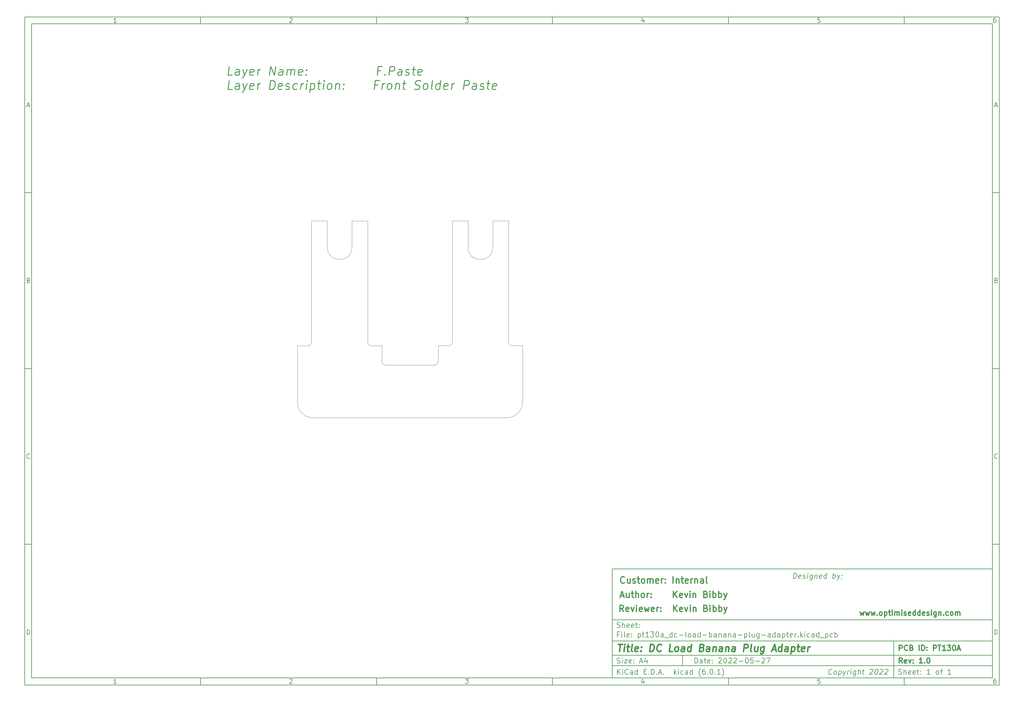
<source format=gbr>
%TF.GenerationSoftware,KiCad,Pcbnew,(6.0.1)*%
%TF.CreationDate,2022-05-27T18:48:00+01:00*%
%TF.ProjectId,pt130a_dc-load-banana-plug-adapter,70743133-3061-45f6-9463-2d6c6f61642d,1.0*%
%TF.SameCoordinates,PX53724e0PY7641700*%
%TF.FileFunction,Paste,Top*%
%TF.FilePolarity,Positive*%
%FSLAX46Y46*%
G04 Gerber Fmt 4.6, Leading zero omitted, Abs format (unit mm)*
G04 Created by KiCad (PCBNEW (6.0.1)) date 2022-05-27 18:48:00*
%MOMM*%
%LPD*%
G01*
G04 APERTURE LIST*
%ADD10C,0.100000*%
%ADD11C,0.150000*%
%ADD12C,0.300000*%
%ADD13C,0.400000*%
%ADD14C,0.360000*%
%TA.AperFunction,Profile*%
%ADD15C,0.050000*%
%TD*%
%ADD16C,0.250000*%
G04 APERTURE END LIST*
D10*
D11*
X89502200Y-43007200D02*
X89502200Y-74007200D01*
X197502200Y-74007200D01*
X197502200Y-43007200D01*
X89502200Y-43007200D01*
D10*
D11*
X-77500000Y114000000D02*
X-77500000Y-76007200D01*
X199502200Y-76007200D01*
X199502200Y114000000D01*
X-77500000Y114000000D01*
D10*
D11*
X-75500000Y112000000D02*
X-75500000Y-74007200D01*
X197502200Y-74007200D01*
X197502200Y112000000D01*
X-75500000Y112000000D01*
D10*
D11*
X-27500000Y112000000D02*
X-27500000Y114000000D01*
D10*
D11*
X22500000Y112000000D02*
X22500000Y114000000D01*
D10*
D11*
X72500000Y112000000D02*
X72500000Y114000000D01*
D10*
D11*
X122500000Y112000000D02*
X122500000Y114000000D01*
D10*
D11*
X172500000Y112000000D02*
X172500000Y114000000D01*
D10*
D11*
X-51434524Y112411905D02*
X-52177381Y112411905D01*
X-51805953Y112411905D02*
X-51805953Y113711905D01*
X-51929762Y113526191D01*
X-52053572Y113402381D01*
X-52177381Y113340477D01*
D10*
D11*
X-2177381Y113588096D02*
X-2115477Y113650000D01*
X-1991667Y113711905D01*
X-1682143Y113711905D01*
X-1558334Y113650000D01*
X-1496429Y113588096D01*
X-1434524Y113464286D01*
X-1434524Y113340477D01*
X-1496429Y113154762D01*
X-2239286Y112411905D01*
X-1434524Y112411905D01*
D10*
D11*
X47760714Y113711905D02*
X48565476Y113711905D01*
X48132142Y113216667D01*
X48317857Y113216667D01*
X48441666Y113154762D01*
X48503571Y113092858D01*
X48565476Y112969048D01*
X48565476Y112659524D01*
X48503571Y112535715D01*
X48441666Y112473810D01*
X48317857Y112411905D01*
X47946428Y112411905D01*
X47822619Y112473810D01*
X47760714Y112535715D01*
D10*
D11*
X98441666Y113278572D02*
X98441666Y112411905D01*
X98132142Y113773810D02*
X97822619Y112845239D01*
X98627380Y112845239D01*
D10*
D11*
X148503571Y113711905D02*
X147884523Y113711905D01*
X147822619Y113092858D01*
X147884523Y113154762D01*
X148008333Y113216667D01*
X148317857Y113216667D01*
X148441666Y113154762D01*
X148503571Y113092858D01*
X148565476Y112969048D01*
X148565476Y112659524D01*
X148503571Y112535715D01*
X148441666Y112473810D01*
X148317857Y112411905D01*
X148008333Y112411905D01*
X147884523Y112473810D01*
X147822619Y112535715D01*
D10*
D11*
X198441666Y113711905D02*
X198194047Y113711905D01*
X198070238Y113650000D01*
X198008333Y113588096D01*
X197884523Y113402381D01*
X197822619Y113154762D01*
X197822619Y112659524D01*
X197884523Y112535715D01*
X197946428Y112473810D01*
X198070238Y112411905D01*
X198317857Y112411905D01*
X198441666Y112473810D01*
X198503571Y112535715D01*
X198565476Y112659524D01*
X198565476Y112969048D01*
X198503571Y113092858D01*
X198441666Y113154762D01*
X198317857Y113216667D01*
X198070238Y113216667D01*
X197946428Y113154762D01*
X197884523Y113092858D01*
X197822619Y112969048D01*
D10*
D11*
X-27500000Y-74007200D02*
X-27500000Y-76007200D01*
D10*
D11*
X22500000Y-74007200D02*
X22500000Y-76007200D01*
D10*
D11*
X72500000Y-74007200D02*
X72500000Y-76007200D01*
D10*
D11*
X122500000Y-74007200D02*
X122500000Y-76007200D01*
D10*
D11*
X172500000Y-74007200D02*
X172500000Y-76007200D01*
D10*
D11*
X-51434524Y-75595295D02*
X-52177381Y-75595295D01*
X-51805953Y-75595295D02*
X-51805953Y-74295295D01*
X-51929762Y-74481009D01*
X-52053572Y-74604819D01*
X-52177381Y-74666723D01*
D10*
D11*
X-2177381Y-74419104D02*
X-2115477Y-74357200D01*
X-1991667Y-74295295D01*
X-1682143Y-74295295D01*
X-1558334Y-74357200D01*
X-1496429Y-74419104D01*
X-1434524Y-74542914D01*
X-1434524Y-74666723D01*
X-1496429Y-74852438D01*
X-2239286Y-75595295D01*
X-1434524Y-75595295D01*
D10*
D11*
X47760714Y-74295295D02*
X48565476Y-74295295D01*
X48132142Y-74790533D01*
X48317857Y-74790533D01*
X48441666Y-74852438D01*
X48503571Y-74914342D01*
X48565476Y-75038152D01*
X48565476Y-75347676D01*
X48503571Y-75471485D01*
X48441666Y-75533390D01*
X48317857Y-75595295D01*
X47946428Y-75595295D01*
X47822619Y-75533390D01*
X47760714Y-75471485D01*
D10*
D11*
X98441666Y-74728628D02*
X98441666Y-75595295D01*
X98132142Y-74233390D02*
X97822619Y-75161961D01*
X98627380Y-75161961D01*
D10*
D11*
X148503571Y-74295295D02*
X147884523Y-74295295D01*
X147822619Y-74914342D01*
X147884523Y-74852438D01*
X148008333Y-74790533D01*
X148317857Y-74790533D01*
X148441666Y-74852438D01*
X148503571Y-74914342D01*
X148565476Y-75038152D01*
X148565476Y-75347676D01*
X148503571Y-75471485D01*
X148441666Y-75533390D01*
X148317857Y-75595295D01*
X148008333Y-75595295D01*
X147884523Y-75533390D01*
X147822619Y-75471485D01*
D10*
D11*
X198441666Y-74295295D02*
X198194047Y-74295295D01*
X198070238Y-74357200D01*
X198008333Y-74419104D01*
X197884523Y-74604819D01*
X197822619Y-74852438D01*
X197822619Y-75347676D01*
X197884523Y-75471485D01*
X197946428Y-75533390D01*
X198070238Y-75595295D01*
X198317857Y-75595295D01*
X198441666Y-75533390D01*
X198503571Y-75471485D01*
X198565476Y-75347676D01*
X198565476Y-75038152D01*
X198503571Y-74914342D01*
X198441666Y-74852438D01*
X198317857Y-74790533D01*
X198070238Y-74790533D01*
X197946428Y-74852438D01*
X197884523Y-74914342D01*
X197822619Y-75038152D01*
D10*
D11*
X-77500000Y64000000D02*
X-75500000Y64000000D01*
D10*
D11*
X-77500000Y14000000D02*
X-75500000Y14000000D01*
D10*
D11*
X-77500000Y-36000000D02*
X-75500000Y-36000000D01*
D10*
D11*
X-76809524Y88783334D02*
X-76190477Y88783334D01*
X-76933334Y88411905D02*
X-76500000Y89711905D01*
X-76066667Y88411905D01*
D10*
D11*
X-76407143Y39092858D02*
X-76221429Y39030953D01*
X-76159524Y38969048D01*
X-76097620Y38845239D01*
X-76097620Y38659524D01*
X-76159524Y38535715D01*
X-76221429Y38473810D01*
X-76345239Y38411905D01*
X-76840477Y38411905D01*
X-76840477Y39711905D01*
X-76407143Y39711905D01*
X-76283334Y39650000D01*
X-76221429Y39588096D01*
X-76159524Y39464286D01*
X-76159524Y39340477D01*
X-76221429Y39216667D01*
X-76283334Y39154762D01*
X-76407143Y39092858D01*
X-76840477Y39092858D01*
D10*
D11*
X-76097620Y-11464285D02*
X-76159524Y-11526190D01*
X-76345239Y-11588095D01*
X-76469048Y-11588095D01*
X-76654762Y-11526190D01*
X-76778572Y-11402380D01*
X-76840477Y-11278571D01*
X-76902381Y-11030952D01*
X-76902381Y-10845238D01*
X-76840477Y-10597619D01*
X-76778572Y-10473809D01*
X-76654762Y-10350000D01*
X-76469048Y-10288095D01*
X-76345239Y-10288095D01*
X-76159524Y-10350000D01*
X-76097620Y-10411904D01*
D10*
D11*
X-76840477Y-61588095D02*
X-76840477Y-60288095D01*
X-76530953Y-60288095D01*
X-76345239Y-60350000D01*
X-76221429Y-60473809D01*
X-76159524Y-60597619D01*
X-76097620Y-60845238D01*
X-76097620Y-61030952D01*
X-76159524Y-61278571D01*
X-76221429Y-61402380D01*
X-76345239Y-61526190D01*
X-76530953Y-61588095D01*
X-76840477Y-61588095D01*
D10*
D11*
X199502200Y64000000D02*
X197502200Y64000000D01*
D10*
D11*
X199502200Y14000000D02*
X197502200Y14000000D01*
D10*
D11*
X199502200Y-36000000D02*
X197502200Y-36000000D01*
D10*
D11*
X198192676Y88783334D02*
X198811723Y88783334D01*
X198068866Y88411905D02*
X198502200Y89711905D01*
X198935533Y88411905D01*
D10*
D11*
X198595057Y39092858D02*
X198780771Y39030953D01*
X198842676Y38969048D01*
X198904580Y38845239D01*
X198904580Y38659524D01*
X198842676Y38535715D01*
X198780771Y38473810D01*
X198656961Y38411905D01*
X198161723Y38411905D01*
X198161723Y39711905D01*
X198595057Y39711905D01*
X198718866Y39650000D01*
X198780771Y39588096D01*
X198842676Y39464286D01*
X198842676Y39340477D01*
X198780771Y39216667D01*
X198718866Y39154762D01*
X198595057Y39092858D01*
X198161723Y39092858D01*
D10*
D11*
X198904580Y-11464285D02*
X198842676Y-11526190D01*
X198656961Y-11588095D01*
X198533152Y-11588095D01*
X198347438Y-11526190D01*
X198223628Y-11402380D01*
X198161723Y-11278571D01*
X198099819Y-11030952D01*
X198099819Y-10845238D01*
X198161723Y-10597619D01*
X198223628Y-10473809D01*
X198347438Y-10350000D01*
X198533152Y-10288095D01*
X198656961Y-10288095D01*
X198842676Y-10350000D01*
X198904580Y-10411904D01*
D10*
D11*
X198161723Y-61588095D02*
X198161723Y-60288095D01*
X198471247Y-60288095D01*
X198656961Y-60350000D01*
X198780771Y-60473809D01*
X198842676Y-60597619D01*
X198904580Y-60845238D01*
X198904580Y-61030952D01*
X198842676Y-61278571D01*
X198780771Y-61402380D01*
X198656961Y-61526190D01*
X198471247Y-61588095D01*
X198161723Y-61588095D01*
D10*
D11*
X112934342Y-69785771D02*
X112934342Y-68285771D01*
X113291485Y-68285771D01*
X113505771Y-68357200D01*
X113648628Y-68500057D01*
X113720057Y-68642914D01*
X113791485Y-68928628D01*
X113791485Y-69142914D01*
X113720057Y-69428628D01*
X113648628Y-69571485D01*
X113505771Y-69714342D01*
X113291485Y-69785771D01*
X112934342Y-69785771D01*
X115077200Y-69785771D02*
X115077200Y-69000057D01*
X115005771Y-68857200D01*
X114862914Y-68785771D01*
X114577200Y-68785771D01*
X114434342Y-68857200D01*
X115077200Y-69714342D02*
X114934342Y-69785771D01*
X114577200Y-69785771D01*
X114434342Y-69714342D01*
X114362914Y-69571485D01*
X114362914Y-69428628D01*
X114434342Y-69285771D01*
X114577200Y-69214342D01*
X114934342Y-69214342D01*
X115077200Y-69142914D01*
X115577200Y-68785771D02*
X116148628Y-68785771D01*
X115791485Y-68285771D02*
X115791485Y-69571485D01*
X115862914Y-69714342D01*
X116005771Y-69785771D01*
X116148628Y-69785771D01*
X117220057Y-69714342D02*
X117077200Y-69785771D01*
X116791485Y-69785771D01*
X116648628Y-69714342D01*
X116577200Y-69571485D01*
X116577200Y-69000057D01*
X116648628Y-68857200D01*
X116791485Y-68785771D01*
X117077200Y-68785771D01*
X117220057Y-68857200D01*
X117291485Y-69000057D01*
X117291485Y-69142914D01*
X116577200Y-69285771D01*
X117934342Y-69642914D02*
X118005771Y-69714342D01*
X117934342Y-69785771D01*
X117862914Y-69714342D01*
X117934342Y-69642914D01*
X117934342Y-69785771D01*
X117934342Y-68857200D02*
X118005771Y-68928628D01*
X117934342Y-69000057D01*
X117862914Y-68928628D01*
X117934342Y-68857200D01*
X117934342Y-69000057D01*
X119720057Y-68428628D02*
X119791485Y-68357200D01*
X119934342Y-68285771D01*
X120291485Y-68285771D01*
X120434342Y-68357200D01*
X120505771Y-68428628D01*
X120577200Y-68571485D01*
X120577200Y-68714342D01*
X120505771Y-68928628D01*
X119648628Y-69785771D01*
X120577200Y-69785771D01*
X121505771Y-68285771D02*
X121648628Y-68285771D01*
X121791485Y-68357200D01*
X121862914Y-68428628D01*
X121934342Y-68571485D01*
X122005771Y-68857200D01*
X122005771Y-69214342D01*
X121934342Y-69500057D01*
X121862914Y-69642914D01*
X121791485Y-69714342D01*
X121648628Y-69785771D01*
X121505771Y-69785771D01*
X121362914Y-69714342D01*
X121291485Y-69642914D01*
X121220057Y-69500057D01*
X121148628Y-69214342D01*
X121148628Y-68857200D01*
X121220057Y-68571485D01*
X121291485Y-68428628D01*
X121362914Y-68357200D01*
X121505771Y-68285771D01*
X122577200Y-68428628D02*
X122648628Y-68357200D01*
X122791485Y-68285771D01*
X123148628Y-68285771D01*
X123291485Y-68357200D01*
X123362914Y-68428628D01*
X123434342Y-68571485D01*
X123434342Y-68714342D01*
X123362914Y-68928628D01*
X122505771Y-69785771D01*
X123434342Y-69785771D01*
X124005771Y-68428628D02*
X124077200Y-68357200D01*
X124220057Y-68285771D01*
X124577200Y-68285771D01*
X124720057Y-68357200D01*
X124791485Y-68428628D01*
X124862914Y-68571485D01*
X124862914Y-68714342D01*
X124791485Y-68928628D01*
X123934342Y-69785771D01*
X124862914Y-69785771D01*
X125505771Y-69214342D02*
X126648628Y-69214342D01*
X127648628Y-68285771D02*
X127791485Y-68285771D01*
X127934342Y-68357200D01*
X128005771Y-68428628D01*
X128077200Y-68571485D01*
X128148628Y-68857200D01*
X128148628Y-69214342D01*
X128077200Y-69500057D01*
X128005771Y-69642914D01*
X127934342Y-69714342D01*
X127791485Y-69785771D01*
X127648628Y-69785771D01*
X127505771Y-69714342D01*
X127434342Y-69642914D01*
X127362914Y-69500057D01*
X127291485Y-69214342D01*
X127291485Y-68857200D01*
X127362914Y-68571485D01*
X127434342Y-68428628D01*
X127505771Y-68357200D01*
X127648628Y-68285771D01*
X129505771Y-68285771D02*
X128791485Y-68285771D01*
X128720057Y-69000057D01*
X128791485Y-68928628D01*
X128934342Y-68857200D01*
X129291485Y-68857200D01*
X129434342Y-68928628D01*
X129505771Y-69000057D01*
X129577200Y-69142914D01*
X129577200Y-69500057D01*
X129505771Y-69642914D01*
X129434342Y-69714342D01*
X129291485Y-69785771D01*
X128934342Y-69785771D01*
X128791485Y-69714342D01*
X128720057Y-69642914D01*
X130220057Y-69214342D02*
X131362914Y-69214342D01*
X132005771Y-68428628D02*
X132077200Y-68357200D01*
X132220057Y-68285771D01*
X132577200Y-68285771D01*
X132720057Y-68357200D01*
X132791485Y-68428628D01*
X132862914Y-68571485D01*
X132862914Y-68714342D01*
X132791485Y-68928628D01*
X131934342Y-69785771D01*
X132862914Y-69785771D01*
X133362914Y-68285771D02*
X134362914Y-68285771D01*
X133720057Y-69785771D01*
D10*
D11*
X89502200Y-70507200D02*
X197502200Y-70507200D01*
D10*
D11*
X90934342Y-72985771D02*
X90934342Y-71485771D01*
X91791485Y-72985771D02*
X91148628Y-72128628D01*
X91791485Y-71485771D02*
X90934342Y-72342914D01*
X92434342Y-72985771D02*
X92434342Y-71985771D01*
X92434342Y-71485771D02*
X92362914Y-71557200D01*
X92434342Y-71628628D01*
X92505771Y-71557200D01*
X92434342Y-71485771D01*
X92434342Y-71628628D01*
X94005771Y-72842914D02*
X93934342Y-72914342D01*
X93720057Y-72985771D01*
X93577200Y-72985771D01*
X93362914Y-72914342D01*
X93220057Y-72771485D01*
X93148628Y-72628628D01*
X93077200Y-72342914D01*
X93077200Y-72128628D01*
X93148628Y-71842914D01*
X93220057Y-71700057D01*
X93362914Y-71557200D01*
X93577200Y-71485771D01*
X93720057Y-71485771D01*
X93934342Y-71557200D01*
X94005771Y-71628628D01*
X95291485Y-72985771D02*
X95291485Y-72200057D01*
X95220057Y-72057200D01*
X95077200Y-71985771D01*
X94791485Y-71985771D01*
X94648628Y-72057200D01*
X95291485Y-72914342D02*
X95148628Y-72985771D01*
X94791485Y-72985771D01*
X94648628Y-72914342D01*
X94577200Y-72771485D01*
X94577200Y-72628628D01*
X94648628Y-72485771D01*
X94791485Y-72414342D01*
X95148628Y-72414342D01*
X95291485Y-72342914D01*
X96648628Y-72985771D02*
X96648628Y-71485771D01*
X96648628Y-72914342D02*
X96505771Y-72985771D01*
X96220057Y-72985771D01*
X96077200Y-72914342D01*
X96005771Y-72842914D01*
X95934342Y-72700057D01*
X95934342Y-72271485D01*
X96005771Y-72128628D01*
X96077200Y-72057200D01*
X96220057Y-71985771D01*
X96505771Y-71985771D01*
X96648628Y-72057200D01*
X98505771Y-72200057D02*
X99005771Y-72200057D01*
X99220057Y-72985771D02*
X98505771Y-72985771D01*
X98505771Y-71485771D01*
X99220057Y-71485771D01*
X99862914Y-72842914D02*
X99934342Y-72914342D01*
X99862914Y-72985771D01*
X99791485Y-72914342D01*
X99862914Y-72842914D01*
X99862914Y-72985771D01*
X100577200Y-72985771D02*
X100577200Y-71485771D01*
X100934342Y-71485771D01*
X101148628Y-71557200D01*
X101291485Y-71700057D01*
X101362914Y-71842914D01*
X101434342Y-72128628D01*
X101434342Y-72342914D01*
X101362914Y-72628628D01*
X101291485Y-72771485D01*
X101148628Y-72914342D01*
X100934342Y-72985771D01*
X100577200Y-72985771D01*
X102077200Y-72842914D02*
X102148628Y-72914342D01*
X102077200Y-72985771D01*
X102005771Y-72914342D01*
X102077200Y-72842914D01*
X102077200Y-72985771D01*
X102720057Y-72557200D02*
X103434342Y-72557200D01*
X102577200Y-72985771D02*
X103077200Y-71485771D01*
X103577200Y-72985771D01*
X104077200Y-72842914D02*
X104148628Y-72914342D01*
X104077200Y-72985771D01*
X104005771Y-72914342D01*
X104077200Y-72842914D01*
X104077200Y-72985771D01*
X107077200Y-72985771D02*
X107077200Y-71485771D01*
X107220057Y-72414342D02*
X107648628Y-72985771D01*
X107648628Y-71985771D02*
X107077200Y-72557200D01*
X108291485Y-72985771D02*
X108291485Y-71985771D01*
X108291485Y-71485771D02*
X108220057Y-71557200D01*
X108291485Y-71628628D01*
X108362914Y-71557200D01*
X108291485Y-71485771D01*
X108291485Y-71628628D01*
X109648628Y-72914342D02*
X109505771Y-72985771D01*
X109220057Y-72985771D01*
X109077200Y-72914342D01*
X109005771Y-72842914D01*
X108934342Y-72700057D01*
X108934342Y-72271485D01*
X109005771Y-72128628D01*
X109077200Y-72057200D01*
X109220057Y-71985771D01*
X109505771Y-71985771D01*
X109648628Y-72057200D01*
X110934342Y-72985771D02*
X110934342Y-72200057D01*
X110862914Y-72057200D01*
X110720057Y-71985771D01*
X110434342Y-71985771D01*
X110291485Y-72057200D01*
X110934342Y-72914342D02*
X110791485Y-72985771D01*
X110434342Y-72985771D01*
X110291485Y-72914342D01*
X110220057Y-72771485D01*
X110220057Y-72628628D01*
X110291485Y-72485771D01*
X110434342Y-72414342D01*
X110791485Y-72414342D01*
X110934342Y-72342914D01*
X112291485Y-72985771D02*
X112291485Y-71485771D01*
X112291485Y-72914342D02*
X112148628Y-72985771D01*
X111862914Y-72985771D01*
X111720057Y-72914342D01*
X111648628Y-72842914D01*
X111577200Y-72700057D01*
X111577200Y-72271485D01*
X111648628Y-72128628D01*
X111720057Y-72057200D01*
X111862914Y-71985771D01*
X112148628Y-71985771D01*
X112291485Y-72057200D01*
X114577200Y-73557200D02*
X114505771Y-73485771D01*
X114362914Y-73271485D01*
X114291485Y-73128628D01*
X114220057Y-72914342D01*
X114148628Y-72557200D01*
X114148628Y-72271485D01*
X114220057Y-71914342D01*
X114291485Y-71700057D01*
X114362914Y-71557200D01*
X114505771Y-71342914D01*
X114577200Y-71271485D01*
X115791485Y-71485771D02*
X115505771Y-71485771D01*
X115362914Y-71557200D01*
X115291485Y-71628628D01*
X115148628Y-71842914D01*
X115077200Y-72128628D01*
X115077200Y-72700057D01*
X115148628Y-72842914D01*
X115220057Y-72914342D01*
X115362914Y-72985771D01*
X115648628Y-72985771D01*
X115791485Y-72914342D01*
X115862914Y-72842914D01*
X115934342Y-72700057D01*
X115934342Y-72342914D01*
X115862914Y-72200057D01*
X115791485Y-72128628D01*
X115648628Y-72057200D01*
X115362914Y-72057200D01*
X115220057Y-72128628D01*
X115148628Y-72200057D01*
X115077200Y-72342914D01*
X116577200Y-72842914D02*
X116648628Y-72914342D01*
X116577200Y-72985771D01*
X116505771Y-72914342D01*
X116577200Y-72842914D01*
X116577200Y-72985771D01*
X117577200Y-71485771D02*
X117720057Y-71485771D01*
X117862914Y-71557200D01*
X117934342Y-71628628D01*
X118005771Y-71771485D01*
X118077200Y-72057200D01*
X118077200Y-72414342D01*
X118005771Y-72700057D01*
X117934342Y-72842914D01*
X117862914Y-72914342D01*
X117720057Y-72985771D01*
X117577200Y-72985771D01*
X117434342Y-72914342D01*
X117362914Y-72842914D01*
X117291485Y-72700057D01*
X117220057Y-72414342D01*
X117220057Y-72057200D01*
X117291485Y-71771485D01*
X117362914Y-71628628D01*
X117434342Y-71557200D01*
X117577200Y-71485771D01*
X118720057Y-72842914D02*
X118791485Y-72914342D01*
X118720057Y-72985771D01*
X118648628Y-72914342D01*
X118720057Y-72842914D01*
X118720057Y-72985771D01*
X120220057Y-72985771D02*
X119362914Y-72985771D01*
X119791485Y-72985771D02*
X119791485Y-71485771D01*
X119648628Y-71700057D01*
X119505771Y-71842914D01*
X119362914Y-71914342D01*
X120720057Y-73557200D02*
X120791485Y-73485771D01*
X120934342Y-73271485D01*
X121005771Y-73128628D01*
X121077200Y-72914342D01*
X121148628Y-72557200D01*
X121148628Y-72271485D01*
X121077200Y-71914342D01*
X121005771Y-71700057D01*
X120934342Y-71557200D01*
X120791485Y-71342914D01*
X120720057Y-71271485D01*
D10*
D11*
X89502000Y-67507000D02*
X197502000Y-67507000D01*
D10*
D11*
X151816271Y-72842914D02*
X151735914Y-72914342D01*
X151512700Y-72985771D01*
X151369842Y-72985771D01*
X151164485Y-72914342D01*
X151039485Y-72771485D01*
X150985914Y-72628628D01*
X150950200Y-72342914D01*
X150976985Y-72128628D01*
X151084128Y-71842914D01*
X151173414Y-71700057D01*
X151334128Y-71557200D01*
X151557342Y-71485771D01*
X151700200Y-71485771D01*
X151905557Y-71557200D01*
X151968057Y-71628628D01*
X152655557Y-72985771D02*
X152521628Y-72914342D01*
X152459128Y-72842914D01*
X152405557Y-72700057D01*
X152459128Y-72271485D01*
X152548414Y-72128628D01*
X152628771Y-72057200D01*
X152780557Y-71985771D01*
X152994842Y-71985771D01*
X153128771Y-72057200D01*
X153191271Y-72128628D01*
X153244842Y-72271485D01*
X153191271Y-72700057D01*
X153101985Y-72842914D01*
X153021628Y-72914342D01*
X152869842Y-72985771D01*
X152655557Y-72985771D01*
X153923414Y-71985771D02*
X153735914Y-73485771D01*
X153914485Y-72057200D02*
X154066271Y-71985771D01*
X154351985Y-71985771D01*
X154485914Y-72057200D01*
X154548414Y-72128628D01*
X154601985Y-72271485D01*
X154548414Y-72700057D01*
X154459128Y-72842914D01*
X154378771Y-72914342D01*
X154226985Y-72985771D01*
X153941271Y-72985771D01*
X153807342Y-72914342D01*
X155137700Y-71985771D02*
X155369842Y-72985771D01*
X155851985Y-71985771D02*
X155369842Y-72985771D01*
X155182342Y-73342914D01*
X155101985Y-73414342D01*
X154950200Y-73485771D01*
X156298414Y-72985771D02*
X156423414Y-71985771D01*
X156387700Y-72271485D02*
X156476985Y-72128628D01*
X156557342Y-72057200D01*
X156709128Y-71985771D01*
X156851985Y-71985771D01*
X157226985Y-72985771D02*
X157351985Y-71985771D01*
X157414485Y-71485771D02*
X157334128Y-71557200D01*
X157396628Y-71628628D01*
X157476985Y-71557200D01*
X157414485Y-71485771D01*
X157396628Y-71628628D01*
X158709128Y-71985771D02*
X158557342Y-73200057D01*
X158468057Y-73342914D01*
X158387700Y-73414342D01*
X158235914Y-73485771D01*
X158021628Y-73485771D01*
X157887700Y-73414342D01*
X158593057Y-72914342D02*
X158441271Y-72985771D01*
X158155557Y-72985771D01*
X158021628Y-72914342D01*
X157959128Y-72842914D01*
X157905557Y-72700057D01*
X157959128Y-72271485D01*
X158048414Y-72128628D01*
X158128771Y-72057200D01*
X158280557Y-71985771D01*
X158566271Y-71985771D01*
X158700200Y-72057200D01*
X159298414Y-72985771D02*
X159485914Y-71485771D01*
X159941271Y-72985771D02*
X160039485Y-72200057D01*
X159985914Y-72057200D01*
X159851985Y-71985771D01*
X159637700Y-71985771D01*
X159485914Y-72057200D01*
X159405557Y-72128628D01*
X160566271Y-71985771D02*
X161137700Y-71985771D01*
X160843057Y-71485771D02*
X160682342Y-72771485D01*
X160735914Y-72914342D01*
X160869842Y-72985771D01*
X161012700Y-72985771D01*
X162753771Y-71628628D02*
X162834128Y-71557200D01*
X162985914Y-71485771D01*
X163343057Y-71485771D01*
X163476985Y-71557200D01*
X163539485Y-71628628D01*
X163593057Y-71771485D01*
X163575200Y-71914342D01*
X163476985Y-72128628D01*
X162512700Y-72985771D01*
X163441271Y-72985771D01*
X164557342Y-71485771D02*
X164700200Y-71485771D01*
X164834128Y-71557200D01*
X164896628Y-71628628D01*
X164950200Y-71771485D01*
X164985914Y-72057200D01*
X164941271Y-72414342D01*
X164834128Y-72700057D01*
X164744842Y-72842914D01*
X164664485Y-72914342D01*
X164512700Y-72985771D01*
X164369842Y-72985771D01*
X164235914Y-72914342D01*
X164173414Y-72842914D01*
X164119842Y-72700057D01*
X164084128Y-72414342D01*
X164128771Y-72057200D01*
X164235914Y-71771485D01*
X164325200Y-71628628D01*
X164405557Y-71557200D01*
X164557342Y-71485771D01*
X165610914Y-71628628D02*
X165691271Y-71557200D01*
X165843057Y-71485771D01*
X166200200Y-71485771D01*
X166334128Y-71557200D01*
X166396628Y-71628628D01*
X166450200Y-71771485D01*
X166432342Y-71914342D01*
X166334128Y-72128628D01*
X165369842Y-72985771D01*
X166298414Y-72985771D01*
X167039485Y-71628628D02*
X167119842Y-71557200D01*
X167271628Y-71485771D01*
X167628771Y-71485771D01*
X167762700Y-71557200D01*
X167825200Y-71628628D01*
X167878771Y-71771485D01*
X167860914Y-71914342D01*
X167762700Y-72128628D01*
X166798414Y-72985771D01*
X167726985Y-72985771D01*
D10*
D12*
X171052342Y-66185771D02*
X171052342Y-64685771D01*
X171623771Y-64685771D01*
X171766628Y-64757200D01*
X171838057Y-64828628D01*
X171909485Y-64971485D01*
X171909485Y-65185771D01*
X171838057Y-65328628D01*
X171766628Y-65400057D01*
X171623771Y-65471485D01*
X171052342Y-65471485D01*
X173409485Y-66042914D02*
X173338057Y-66114342D01*
X173123771Y-66185771D01*
X172980914Y-66185771D01*
X172766628Y-66114342D01*
X172623771Y-65971485D01*
X172552342Y-65828628D01*
X172480914Y-65542914D01*
X172480914Y-65328628D01*
X172552342Y-65042914D01*
X172623771Y-64900057D01*
X172766628Y-64757200D01*
X172980914Y-64685771D01*
X173123771Y-64685771D01*
X173338057Y-64757200D01*
X173409485Y-64828628D01*
X174552342Y-65400057D02*
X174766628Y-65471485D01*
X174838057Y-65542914D01*
X174909485Y-65685771D01*
X174909485Y-65900057D01*
X174838057Y-66042914D01*
X174766628Y-66114342D01*
X174623771Y-66185771D01*
X174052342Y-66185771D01*
X174052342Y-64685771D01*
X174552342Y-64685771D01*
X174695200Y-64757200D01*
X174766628Y-64828628D01*
X174838057Y-64971485D01*
X174838057Y-65114342D01*
X174766628Y-65257200D01*
X174695200Y-65328628D01*
X174552342Y-65400057D01*
X174052342Y-65400057D01*
X176695200Y-66185771D02*
X176695200Y-64685771D01*
X177409485Y-66185771D02*
X177409485Y-64685771D01*
X177766628Y-64685771D01*
X177980914Y-64757200D01*
X178123771Y-64900057D01*
X178195200Y-65042914D01*
X178266628Y-65328628D01*
X178266628Y-65542914D01*
X178195200Y-65828628D01*
X178123771Y-65971485D01*
X177980914Y-66114342D01*
X177766628Y-66185771D01*
X177409485Y-66185771D01*
X178909485Y-66042914D02*
X178980914Y-66114342D01*
X178909485Y-66185771D01*
X178838057Y-66114342D01*
X178909485Y-66042914D01*
X178909485Y-66185771D01*
X178909485Y-65257200D02*
X178980914Y-65328628D01*
X178909485Y-65400057D01*
X178838057Y-65328628D01*
X178909485Y-65257200D01*
X178909485Y-65400057D01*
X180766628Y-66185771D02*
X180766628Y-64685771D01*
X181338057Y-64685771D01*
X181480914Y-64757200D01*
X181552342Y-64828628D01*
X181623771Y-64971485D01*
X181623771Y-65185771D01*
X181552342Y-65328628D01*
X181480914Y-65400057D01*
X181338057Y-65471485D01*
X180766628Y-65471485D01*
X182052342Y-64685771D02*
X182909485Y-64685771D01*
X182480914Y-66185771D02*
X182480914Y-64685771D01*
X184195200Y-66185771D02*
X183338057Y-66185771D01*
X183766628Y-66185771D02*
X183766628Y-64685771D01*
X183623771Y-64900057D01*
X183480914Y-65042914D01*
X183338057Y-65114342D01*
X184695200Y-64685771D02*
X185623771Y-64685771D01*
X185123771Y-65257200D01*
X185338057Y-65257200D01*
X185480914Y-65328628D01*
X185552342Y-65400057D01*
X185623771Y-65542914D01*
X185623771Y-65900057D01*
X185552342Y-66042914D01*
X185480914Y-66114342D01*
X185338057Y-66185771D01*
X184909485Y-66185771D01*
X184766628Y-66114342D01*
X184695200Y-66042914D01*
X186552342Y-64685771D02*
X186695200Y-64685771D01*
X186838057Y-64757200D01*
X186909485Y-64828628D01*
X186980914Y-64971485D01*
X187052342Y-65257200D01*
X187052342Y-65614342D01*
X186980914Y-65900057D01*
X186909485Y-66042914D01*
X186838057Y-66114342D01*
X186695200Y-66185771D01*
X186552342Y-66185771D01*
X186409485Y-66114342D01*
X186338057Y-66042914D01*
X186266628Y-65900057D01*
X186195200Y-65614342D01*
X186195200Y-65257200D01*
X186266628Y-64971485D01*
X186338057Y-64828628D01*
X186409485Y-64757200D01*
X186552342Y-64685771D01*
X187623771Y-65757200D02*
X188338057Y-65757200D01*
X187480914Y-66185771D02*
X187980914Y-64685771D01*
X188480914Y-66185771D01*
D10*
D12*
X171911285Y-69785571D02*
X171411285Y-69071285D01*
X171054142Y-69785571D02*
X171054142Y-68285571D01*
X171625571Y-68285571D01*
X171768428Y-68357000D01*
X171839857Y-68428428D01*
X171911285Y-68571285D01*
X171911285Y-68785571D01*
X171839857Y-68928428D01*
X171768428Y-68999857D01*
X171625571Y-69071285D01*
X171054142Y-69071285D01*
X173125571Y-69714142D02*
X172982714Y-69785571D01*
X172697000Y-69785571D01*
X172554142Y-69714142D01*
X172482714Y-69571285D01*
X172482714Y-68999857D01*
X172554142Y-68857000D01*
X172697000Y-68785571D01*
X172982714Y-68785571D01*
X173125571Y-68857000D01*
X173197000Y-68999857D01*
X173197000Y-69142714D01*
X172482714Y-69285571D01*
X173697000Y-68785571D02*
X174054142Y-69785571D01*
X174411285Y-68785571D01*
X174982714Y-69642714D02*
X175054142Y-69714142D01*
X174982714Y-69785571D01*
X174911285Y-69714142D01*
X174982714Y-69642714D01*
X174982714Y-69785571D01*
X174982714Y-68857000D02*
X175054142Y-68928428D01*
X174982714Y-68999857D01*
X174911285Y-68928428D01*
X174982714Y-68857000D01*
X174982714Y-68999857D01*
X177625571Y-69785571D02*
X176768428Y-69785571D01*
X177197000Y-69785571D02*
X177197000Y-68285571D01*
X177054142Y-68499857D01*
X176911285Y-68642714D01*
X176768428Y-68714142D01*
X178268428Y-69642714D02*
X178339857Y-69714142D01*
X178268428Y-69785571D01*
X178197000Y-69714142D01*
X178268428Y-69642714D01*
X178268428Y-69785571D01*
X179268428Y-68285571D02*
X179411285Y-68285571D01*
X179554142Y-68357000D01*
X179625571Y-68428428D01*
X179697000Y-68571285D01*
X179768428Y-68857000D01*
X179768428Y-69214142D01*
X179697000Y-69499857D01*
X179625571Y-69642714D01*
X179554142Y-69714142D01*
X179411285Y-69785571D01*
X179268428Y-69785571D01*
X179125571Y-69714142D01*
X179054142Y-69642714D01*
X178982714Y-69499857D01*
X178911285Y-69214142D01*
X178911285Y-68857000D01*
X178982714Y-68571285D01*
X179054142Y-68428428D01*
X179125571Y-68357000D01*
X179268428Y-68285571D01*
D10*
D11*
X90862914Y-69714342D02*
X91077200Y-69785771D01*
X91434342Y-69785771D01*
X91577200Y-69714342D01*
X91648628Y-69642914D01*
X91720057Y-69500057D01*
X91720057Y-69357200D01*
X91648628Y-69214342D01*
X91577200Y-69142914D01*
X91434342Y-69071485D01*
X91148628Y-69000057D01*
X91005771Y-68928628D01*
X90934342Y-68857200D01*
X90862914Y-68714342D01*
X90862914Y-68571485D01*
X90934342Y-68428628D01*
X91005771Y-68357200D01*
X91148628Y-68285771D01*
X91505771Y-68285771D01*
X91720057Y-68357200D01*
X92362914Y-69785771D02*
X92362914Y-68785771D01*
X92362914Y-68285771D02*
X92291485Y-68357200D01*
X92362914Y-68428628D01*
X92434342Y-68357200D01*
X92362914Y-68285771D01*
X92362914Y-68428628D01*
X92934342Y-68785771D02*
X93720057Y-68785771D01*
X92934342Y-69785771D01*
X93720057Y-69785771D01*
X94862914Y-69714342D02*
X94720057Y-69785771D01*
X94434342Y-69785771D01*
X94291485Y-69714342D01*
X94220057Y-69571485D01*
X94220057Y-69000057D01*
X94291485Y-68857200D01*
X94434342Y-68785771D01*
X94720057Y-68785771D01*
X94862914Y-68857200D01*
X94934342Y-69000057D01*
X94934342Y-69142914D01*
X94220057Y-69285771D01*
X95577200Y-69642914D02*
X95648628Y-69714342D01*
X95577200Y-69785771D01*
X95505771Y-69714342D01*
X95577200Y-69642914D01*
X95577200Y-69785771D01*
X95577200Y-68857200D02*
X95648628Y-68928628D01*
X95577200Y-69000057D01*
X95505771Y-68928628D01*
X95577200Y-68857200D01*
X95577200Y-69000057D01*
X97362914Y-69357200D02*
X98077200Y-69357200D01*
X97220057Y-69785771D02*
X97720057Y-68285771D01*
X98220057Y-69785771D01*
X99362914Y-68785771D02*
X99362914Y-69785771D01*
X99005771Y-68214342D02*
X98648628Y-69285771D01*
X99577200Y-69285771D01*
D10*
D11*
X170862914Y-72914342D02*
X171077200Y-72985771D01*
X171434342Y-72985771D01*
X171577200Y-72914342D01*
X171648628Y-72842914D01*
X171720057Y-72700057D01*
X171720057Y-72557200D01*
X171648628Y-72414342D01*
X171577200Y-72342914D01*
X171434342Y-72271485D01*
X171148628Y-72200057D01*
X171005771Y-72128628D01*
X170934342Y-72057200D01*
X170862914Y-71914342D01*
X170862914Y-71771485D01*
X170934342Y-71628628D01*
X171005771Y-71557200D01*
X171148628Y-71485771D01*
X171505771Y-71485771D01*
X171720057Y-71557200D01*
X172362914Y-72985771D02*
X172362914Y-71485771D01*
X173005771Y-72985771D02*
X173005771Y-72200057D01*
X172934342Y-72057200D01*
X172791485Y-71985771D01*
X172577200Y-71985771D01*
X172434342Y-72057200D01*
X172362914Y-72128628D01*
X174291485Y-72914342D02*
X174148628Y-72985771D01*
X173862914Y-72985771D01*
X173720057Y-72914342D01*
X173648628Y-72771485D01*
X173648628Y-72200057D01*
X173720057Y-72057200D01*
X173862914Y-71985771D01*
X174148628Y-71985771D01*
X174291485Y-72057200D01*
X174362914Y-72200057D01*
X174362914Y-72342914D01*
X173648628Y-72485771D01*
X175577200Y-72914342D02*
X175434342Y-72985771D01*
X175148628Y-72985771D01*
X175005771Y-72914342D01*
X174934342Y-72771485D01*
X174934342Y-72200057D01*
X175005771Y-72057200D01*
X175148628Y-71985771D01*
X175434342Y-71985771D01*
X175577200Y-72057200D01*
X175648628Y-72200057D01*
X175648628Y-72342914D01*
X174934342Y-72485771D01*
X176077200Y-71985771D02*
X176648628Y-71985771D01*
X176291485Y-71485771D02*
X176291485Y-72771485D01*
X176362914Y-72914342D01*
X176505771Y-72985771D01*
X176648628Y-72985771D01*
X177148628Y-72842914D02*
X177220057Y-72914342D01*
X177148628Y-72985771D01*
X177077200Y-72914342D01*
X177148628Y-72842914D01*
X177148628Y-72985771D01*
X177148628Y-72057200D02*
X177220057Y-72128628D01*
X177148628Y-72200057D01*
X177077200Y-72128628D01*
X177148628Y-72057200D01*
X177148628Y-72200057D01*
X179791485Y-72985771D02*
X178934342Y-72985771D01*
X179362914Y-72985771D02*
X179362914Y-71485771D01*
X179220057Y-71700057D01*
X179077200Y-71842914D01*
X178934342Y-71914342D01*
X181791485Y-72985771D02*
X181648628Y-72914342D01*
X181577200Y-72842914D01*
X181505771Y-72700057D01*
X181505771Y-72271485D01*
X181577200Y-72128628D01*
X181648628Y-72057200D01*
X181791485Y-71985771D01*
X182005771Y-71985771D01*
X182148628Y-72057200D01*
X182220057Y-72128628D01*
X182291485Y-72271485D01*
X182291485Y-72700057D01*
X182220057Y-72842914D01*
X182148628Y-72914342D01*
X182005771Y-72985771D01*
X181791485Y-72985771D01*
X182720057Y-71985771D02*
X183291485Y-71985771D01*
X182934342Y-72985771D02*
X182934342Y-71700057D01*
X183005771Y-71557200D01*
X183148628Y-71485771D01*
X183291485Y-71485771D01*
X185720057Y-72985771D02*
X184862914Y-72985771D01*
X185291485Y-72985771D02*
X185291485Y-71485771D01*
X185148628Y-71700057D01*
X185005771Y-71842914D01*
X184862914Y-71914342D01*
D10*
D11*
X89502200Y-63507200D02*
X197502200Y-63507200D01*
D10*
D13*
X91214580Y-64411961D02*
X92357438Y-64411961D01*
X91536009Y-66411961D02*
X91786009Y-64411961D01*
X92774104Y-66411961D02*
X92940771Y-65078628D01*
X93024104Y-64411961D02*
X92916961Y-64507200D01*
X93000295Y-64602438D01*
X93107438Y-64507200D01*
X93024104Y-64411961D01*
X93000295Y-64602438D01*
X93607438Y-65078628D02*
X94369342Y-65078628D01*
X93976485Y-64411961D02*
X93762200Y-66126247D01*
X93833628Y-66316723D01*
X94012200Y-66411961D01*
X94202676Y-66411961D01*
X95155057Y-66411961D02*
X94976485Y-66316723D01*
X94905057Y-66126247D01*
X95119342Y-64411961D01*
X96690771Y-66316723D02*
X96488390Y-66411961D01*
X96107438Y-66411961D01*
X95928866Y-66316723D01*
X95857438Y-66126247D01*
X95952676Y-65364342D01*
X96071723Y-65173866D01*
X96274104Y-65078628D01*
X96655057Y-65078628D01*
X96833628Y-65173866D01*
X96905057Y-65364342D01*
X96881247Y-65554819D01*
X95905057Y-65745295D01*
X97655057Y-66221485D02*
X97738390Y-66316723D01*
X97631247Y-66411961D01*
X97547914Y-66316723D01*
X97655057Y-66221485D01*
X97631247Y-66411961D01*
X97786009Y-65173866D02*
X97869342Y-65269104D01*
X97762200Y-65364342D01*
X97678866Y-65269104D01*
X97786009Y-65173866D01*
X97762200Y-65364342D01*
X100107438Y-66411961D02*
X100357438Y-64411961D01*
X100833628Y-64411961D01*
X101107438Y-64507200D01*
X101274104Y-64697676D01*
X101345533Y-64888152D01*
X101393152Y-65269104D01*
X101357438Y-65554819D01*
X101214580Y-65935771D01*
X101095533Y-66126247D01*
X100881247Y-66316723D01*
X100583628Y-66411961D01*
X100107438Y-66411961D01*
X103274104Y-66221485D02*
X103166961Y-66316723D01*
X102869342Y-66411961D01*
X102678866Y-66411961D01*
X102405057Y-66316723D01*
X102238390Y-66126247D01*
X102166961Y-65935771D01*
X102119342Y-65554819D01*
X102155057Y-65269104D01*
X102297914Y-64888152D01*
X102416961Y-64697676D01*
X102631247Y-64507200D01*
X102928866Y-64411961D01*
X103119342Y-64411961D01*
X103393152Y-64507200D01*
X103476485Y-64602438D01*
X106583628Y-66411961D02*
X105631247Y-66411961D01*
X105881247Y-64411961D01*
X107536009Y-66411961D02*
X107357438Y-66316723D01*
X107274104Y-66221485D01*
X107202676Y-66031009D01*
X107274104Y-65459580D01*
X107393152Y-65269104D01*
X107500295Y-65173866D01*
X107702676Y-65078628D01*
X107988390Y-65078628D01*
X108166961Y-65173866D01*
X108250295Y-65269104D01*
X108321723Y-65459580D01*
X108250295Y-66031009D01*
X108131247Y-66221485D01*
X108024104Y-66316723D01*
X107821723Y-66411961D01*
X107536009Y-66411961D01*
X109916961Y-66411961D02*
X110047914Y-65364342D01*
X109976485Y-65173866D01*
X109797914Y-65078628D01*
X109416961Y-65078628D01*
X109214580Y-65173866D01*
X109928866Y-66316723D02*
X109726485Y-66411961D01*
X109250295Y-66411961D01*
X109071723Y-66316723D01*
X109000295Y-66126247D01*
X109024104Y-65935771D01*
X109143152Y-65745295D01*
X109345533Y-65650057D01*
X109821723Y-65650057D01*
X110024104Y-65554819D01*
X111726485Y-66411961D02*
X111976485Y-64411961D01*
X111738390Y-66316723D02*
X111536009Y-66411961D01*
X111155057Y-66411961D01*
X110976485Y-66316723D01*
X110893152Y-66221485D01*
X110821723Y-66031009D01*
X110893152Y-65459580D01*
X111012200Y-65269104D01*
X111119342Y-65173866D01*
X111321723Y-65078628D01*
X111702676Y-65078628D01*
X111881247Y-65173866D01*
X115000295Y-65364342D02*
X115274104Y-65459580D01*
X115357438Y-65554819D01*
X115428866Y-65745295D01*
X115393152Y-66031009D01*
X115274104Y-66221485D01*
X115166961Y-66316723D01*
X114964580Y-66411961D01*
X114202676Y-66411961D01*
X114452676Y-64411961D01*
X115119342Y-64411961D01*
X115297914Y-64507200D01*
X115381247Y-64602438D01*
X115452676Y-64792914D01*
X115428866Y-64983390D01*
X115309819Y-65173866D01*
X115202676Y-65269104D01*
X115000295Y-65364342D01*
X114333628Y-65364342D01*
X117059819Y-66411961D02*
X117190771Y-65364342D01*
X117119342Y-65173866D01*
X116940771Y-65078628D01*
X116559819Y-65078628D01*
X116357438Y-65173866D01*
X117071723Y-66316723D02*
X116869342Y-66411961D01*
X116393152Y-66411961D01*
X116214580Y-66316723D01*
X116143152Y-66126247D01*
X116166961Y-65935771D01*
X116286009Y-65745295D01*
X116488390Y-65650057D01*
X116964580Y-65650057D01*
X117166961Y-65554819D01*
X118178866Y-65078628D02*
X118012200Y-66411961D01*
X118155057Y-65269104D02*
X118262200Y-65173866D01*
X118464580Y-65078628D01*
X118750295Y-65078628D01*
X118928866Y-65173866D01*
X119000295Y-65364342D01*
X118869342Y-66411961D01*
X120678866Y-66411961D02*
X120809819Y-65364342D01*
X120738390Y-65173866D01*
X120559819Y-65078628D01*
X120178866Y-65078628D01*
X119976485Y-65173866D01*
X120690771Y-66316723D02*
X120488390Y-66411961D01*
X120012200Y-66411961D01*
X119833628Y-66316723D01*
X119762200Y-66126247D01*
X119786009Y-65935771D01*
X119905057Y-65745295D01*
X120107438Y-65650057D01*
X120583628Y-65650057D01*
X120786009Y-65554819D01*
X121797914Y-65078628D02*
X121631247Y-66411961D01*
X121774104Y-65269104D02*
X121881247Y-65173866D01*
X122083628Y-65078628D01*
X122369342Y-65078628D01*
X122547914Y-65173866D01*
X122619342Y-65364342D01*
X122488390Y-66411961D01*
X124297914Y-66411961D02*
X124428866Y-65364342D01*
X124357438Y-65173866D01*
X124178866Y-65078628D01*
X123797914Y-65078628D01*
X123595533Y-65173866D01*
X124309819Y-66316723D02*
X124107438Y-66411961D01*
X123631247Y-66411961D01*
X123452676Y-66316723D01*
X123381247Y-66126247D01*
X123405057Y-65935771D01*
X123524104Y-65745295D01*
X123726485Y-65650057D01*
X124202676Y-65650057D01*
X124405057Y-65554819D01*
X126774104Y-66411961D02*
X127024104Y-64411961D01*
X127786009Y-64411961D01*
X127964580Y-64507200D01*
X128047914Y-64602438D01*
X128119342Y-64792914D01*
X128083628Y-65078628D01*
X127964580Y-65269104D01*
X127857438Y-65364342D01*
X127655057Y-65459580D01*
X126893152Y-65459580D01*
X129059819Y-66411961D02*
X128881247Y-66316723D01*
X128809819Y-66126247D01*
X129024104Y-64411961D01*
X130845533Y-65078628D02*
X130678866Y-66411961D01*
X129988390Y-65078628D02*
X129857438Y-66126247D01*
X129928866Y-66316723D01*
X130107438Y-66411961D01*
X130393152Y-66411961D01*
X130595533Y-66316723D01*
X130702676Y-66221485D01*
X132655057Y-65078628D02*
X132452676Y-66697676D01*
X132333628Y-66888152D01*
X132226485Y-66983390D01*
X132024104Y-67078628D01*
X131738390Y-67078628D01*
X131559819Y-66983390D01*
X132500295Y-66316723D02*
X132297914Y-66411961D01*
X131916961Y-66411961D01*
X131738390Y-66316723D01*
X131655057Y-66221485D01*
X131583628Y-66031009D01*
X131655057Y-65459580D01*
X131774104Y-65269104D01*
X131881247Y-65173866D01*
X132083628Y-65078628D01*
X132464580Y-65078628D01*
X132643152Y-65173866D01*
X134940771Y-65840533D02*
X135893152Y-65840533D01*
X134678866Y-66411961D02*
X135595533Y-64411961D01*
X136012200Y-66411961D01*
X137536009Y-66411961D02*
X137786009Y-64411961D01*
X137547914Y-66316723D02*
X137345533Y-66411961D01*
X136964580Y-66411961D01*
X136786009Y-66316723D01*
X136702676Y-66221485D01*
X136631247Y-66031009D01*
X136702676Y-65459580D01*
X136821723Y-65269104D01*
X136928866Y-65173866D01*
X137131247Y-65078628D01*
X137512200Y-65078628D01*
X137690771Y-65173866D01*
X139345533Y-66411961D02*
X139476485Y-65364342D01*
X139405057Y-65173866D01*
X139226485Y-65078628D01*
X138845533Y-65078628D01*
X138643152Y-65173866D01*
X139357438Y-66316723D02*
X139155057Y-66411961D01*
X138678866Y-66411961D01*
X138500295Y-66316723D01*
X138428866Y-66126247D01*
X138452676Y-65935771D01*
X138571723Y-65745295D01*
X138774104Y-65650057D01*
X139250295Y-65650057D01*
X139452676Y-65554819D01*
X140464580Y-65078628D02*
X140214580Y-67078628D01*
X140452676Y-65173866D02*
X140655057Y-65078628D01*
X141036009Y-65078628D01*
X141214580Y-65173866D01*
X141297914Y-65269104D01*
X141369342Y-65459580D01*
X141297914Y-66031009D01*
X141178866Y-66221485D01*
X141071723Y-66316723D01*
X140869342Y-66411961D01*
X140488390Y-66411961D01*
X140309819Y-66316723D01*
X141988390Y-65078628D02*
X142750295Y-65078628D01*
X142357438Y-64411961D02*
X142143152Y-66126247D01*
X142214580Y-66316723D01*
X142393152Y-66411961D01*
X142583628Y-66411961D01*
X144024104Y-66316723D02*
X143821723Y-66411961D01*
X143440771Y-66411961D01*
X143262199Y-66316723D01*
X143190771Y-66126247D01*
X143286009Y-65364342D01*
X143405057Y-65173866D01*
X143607438Y-65078628D01*
X143988390Y-65078628D01*
X144166961Y-65173866D01*
X144238390Y-65364342D01*
X144214580Y-65554819D01*
X143238390Y-65745295D01*
X144964580Y-66411961D02*
X145131247Y-65078628D01*
X145083628Y-65459580D02*
X145202676Y-65269104D01*
X145309819Y-65173866D01*
X145512199Y-65078628D01*
X145702676Y-65078628D01*
D10*
D11*
X91434342Y-61600057D02*
X90934342Y-61600057D01*
X90934342Y-62385771D02*
X90934342Y-60885771D01*
X91648628Y-60885771D01*
X92220057Y-62385771D02*
X92220057Y-61385771D01*
X92220057Y-60885771D02*
X92148628Y-60957200D01*
X92220057Y-61028628D01*
X92291485Y-60957200D01*
X92220057Y-60885771D01*
X92220057Y-61028628D01*
X93148628Y-62385771D02*
X93005771Y-62314342D01*
X92934342Y-62171485D01*
X92934342Y-60885771D01*
X94291485Y-62314342D02*
X94148628Y-62385771D01*
X93862914Y-62385771D01*
X93720057Y-62314342D01*
X93648628Y-62171485D01*
X93648628Y-61600057D01*
X93720057Y-61457200D01*
X93862914Y-61385771D01*
X94148628Y-61385771D01*
X94291485Y-61457200D01*
X94362914Y-61600057D01*
X94362914Y-61742914D01*
X93648628Y-61885771D01*
X95005771Y-62242914D02*
X95077200Y-62314342D01*
X95005771Y-62385771D01*
X94934342Y-62314342D01*
X95005771Y-62242914D01*
X95005771Y-62385771D01*
X95005771Y-61457200D02*
X95077200Y-61528628D01*
X95005771Y-61600057D01*
X94934342Y-61528628D01*
X95005771Y-61457200D01*
X95005771Y-61600057D01*
X96862914Y-61385771D02*
X96862914Y-62885771D01*
X96862914Y-61457200D02*
X97005771Y-61385771D01*
X97291485Y-61385771D01*
X97434342Y-61457200D01*
X97505771Y-61528628D01*
X97577200Y-61671485D01*
X97577200Y-62100057D01*
X97505771Y-62242914D01*
X97434342Y-62314342D01*
X97291485Y-62385771D01*
X97005771Y-62385771D01*
X96862914Y-62314342D01*
X98005771Y-61385771D02*
X98577200Y-61385771D01*
X98220057Y-60885771D02*
X98220057Y-62171485D01*
X98291485Y-62314342D01*
X98434342Y-62385771D01*
X98577200Y-62385771D01*
X99862914Y-62385771D02*
X99005771Y-62385771D01*
X99434342Y-62385771D02*
X99434342Y-60885771D01*
X99291485Y-61100057D01*
X99148628Y-61242914D01*
X99005771Y-61314342D01*
X100362914Y-60885771D02*
X101291485Y-60885771D01*
X100791485Y-61457200D01*
X101005771Y-61457200D01*
X101148628Y-61528628D01*
X101220057Y-61600057D01*
X101291485Y-61742914D01*
X101291485Y-62100057D01*
X101220057Y-62242914D01*
X101148628Y-62314342D01*
X101005771Y-62385771D01*
X100577200Y-62385771D01*
X100434342Y-62314342D01*
X100362914Y-62242914D01*
X102220057Y-60885771D02*
X102362914Y-60885771D01*
X102505771Y-60957200D01*
X102577200Y-61028628D01*
X102648628Y-61171485D01*
X102720057Y-61457200D01*
X102720057Y-61814342D01*
X102648628Y-62100057D01*
X102577200Y-62242914D01*
X102505771Y-62314342D01*
X102362914Y-62385771D01*
X102220057Y-62385771D01*
X102077200Y-62314342D01*
X102005771Y-62242914D01*
X101934342Y-62100057D01*
X101862914Y-61814342D01*
X101862914Y-61457200D01*
X101934342Y-61171485D01*
X102005771Y-61028628D01*
X102077200Y-60957200D01*
X102220057Y-60885771D01*
X104005771Y-62385771D02*
X104005771Y-61600057D01*
X103934342Y-61457200D01*
X103791485Y-61385771D01*
X103505771Y-61385771D01*
X103362914Y-61457200D01*
X104005771Y-62314342D02*
X103862914Y-62385771D01*
X103505771Y-62385771D01*
X103362914Y-62314342D01*
X103291485Y-62171485D01*
X103291485Y-62028628D01*
X103362914Y-61885771D01*
X103505771Y-61814342D01*
X103862914Y-61814342D01*
X104005771Y-61742914D01*
X104362914Y-62528628D02*
X105505771Y-62528628D01*
X106505771Y-62385771D02*
X106505771Y-60885771D01*
X106505771Y-62314342D02*
X106362914Y-62385771D01*
X106077200Y-62385771D01*
X105934342Y-62314342D01*
X105862914Y-62242914D01*
X105791485Y-62100057D01*
X105791485Y-61671485D01*
X105862914Y-61528628D01*
X105934342Y-61457200D01*
X106077200Y-61385771D01*
X106362914Y-61385771D01*
X106505771Y-61457200D01*
X107862914Y-62314342D02*
X107720057Y-62385771D01*
X107434342Y-62385771D01*
X107291485Y-62314342D01*
X107220057Y-62242914D01*
X107148628Y-62100057D01*
X107148628Y-61671485D01*
X107220057Y-61528628D01*
X107291485Y-61457200D01*
X107434342Y-61385771D01*
X107720057Y-61385771D01*
X107862914Y-61457200D01*
X108505771Y-61814342D02*
X109648628Y-61814342D01*
X110577200Y-62385771D02*
X110434342Y-62314342D01*
X110362914Y-62171485D01*
X110362914Y-60885771D01*
X111362914Y-62385771D02*
X111220057Y-62314342D01*
X111148628Y-62242914D01*
X111077200Y-62100057D01*
X111077200Y-61671485D01*
X111148628Y-61528628D01*
X111220057Y-61457200D01*
X111362914Y-61385771D01*
X111577200Y-61385771D01*
X111720057Y-61457200D01*
X111791485Y-61528628D01*
X111862914Y-61671485D01*
X111862914Y-62100057D01*
X111791485Y-62242914D01*
X111720057Y-62314342D01*
X111577200Y-62385771D01*
X111362914Y-62385771D01*
X113148628Y-62385771D02*
X113148628Y-61600057D01*
X113077200Y-61457200D01*
X112934342Y-61385771D01*
X112648628Y-61385771D01*
X112505771Y-61457200D01*
X113148628Y-62314342D02*
X113005771Y-62385771D01*
X112648628Y-62385771D01*
X112505771Y-62314342D01*
X112434342Y-62171485D01*
X112434342Y-62028628D01*
X112505771Y-61885771D01*
X112648628Y-61814342D01*
X113005771Y-61814342D01*
X113148628Y-61742914D01*
X114505771Y-62385771D02*
X114505771Y-60885771D01*
X114505771Y-62314342D02*
X114362914Y-62385771D01*
X114077200Y-62385771D01*
X113934342Y-62314342D01*
X113862914Y-62242914D01*
X113791485Y-62100057D01*
X113791485Y-61671485D01*
X113862914Y-61528628D01*
X113934342Y-61457200D01*
X114077200Y-61385771D01*
X114362914Y-61385771D01*
X114505771Y-61457200D01*
X115220057Y-61814342D02*
X116362914Y-61814342D01*
X117077200Y-62385771D02*
X117077200Y-60885771D01*
X117077200Y-61457200D02*
X117220057Y-61385771D01*
X117505771Y-61385771D01*
X117648628Y-61457200D01*
X117720057Y-61528628D01*
X117791485Y-61671485D01*
X117791485Y-62100057D01*
X117720057Y-62242914D01*
X117648628Y-62314342D01*
X117505771Y-62385771D01*
X117220057Y-62385771D01*
X117077200Y-62314342D01*
X119077200Y-62385771D02*
X119077200Y-61600057D01*
X119005771Y-61457200D01*
X118862914Y-61385771D01*
X118577200Y-61385771D01*
X118434342Y-61457200D01*
X119077200Y-62314342D02*
X118934342Y-62385771D01*
X118577200Y-62385771D01*
X118434342Y-62314342D01*
X118362914Y-62171485D01*
X118362914Y-62028628D01*
X118434342Y-61885771D01*
X118577200Y-61814342D01*
X118934342Y-61814342D01*
X119077200Y-61742914D01*
X119791485Y-61385771D02*
X119791485Y-62385771D01*
X119791485Y-61528628D02*
X119862914Y-61457200D01*
X120005771Y-61385771D01*
X120220057Y-61385771D01*
X120362914Y-61457200D01*
X120434342Y-61600057D01*
X120434342Y-62385771D01*
X121791485Y-62385771D02*
X121791485Y-61600057D01*
X121720057Y-61457200D01*
X121577200Y-61385771D01*
X121291485Y-61385771D01*
X121148628Y-61457200D01*
X121791485Y-62314342D02*
X121648628Y-62385771D01*
X121291485Y-62385771D01*
X121148628Y-62314342D01*
X121077200Y-62171485D01*
X121077200Y-62028628D01*
X121148628Y-61885771D01*
X121291485Y-61814342D01*
X121648628Y-61814342D01*
X121791485Y-61742914D01*
X122505771Y-61385771D02*
X122505771Y-62385771D01*
X122505771Y-61528628D02*
X122577200Y-61457200D01*
X122720057Y-61385771D01*
X122934342Y-61385771D01*
X123077200Y-61457200D01*
X123148628Y-61600057D01*
X123148628Y-62385771D01*
X124505771Y-62385771D02*
X124505771Y-61600057D01*
X124434342Y-61457200D01*
X124291485Y-61385771D01*
X124005771Y-61385771D01*
X123862914Y-61457200D01*
X124505771Y-62314342D02*
X124362914Y-62385771D01*
X124005771Y-62385771D01*
X123862914Y-62314342D01*
X123791485Y-62171485D01*
X123791485Y-62028628D01*
X123862914Y-61885771D01*
X124005771Y-61814342D01*
X124362914Y-61814342D01*
X124505771Y-61742914D01*
X125220057Y-61814342D02*
X126362914Y-61814342D01*
X127077200Y-61385771D02*
X127077200Y-62885771D01*
X127077200Y-61457200D02*
X127220057Y-61385771D01*
X127505771Y-61385771D01*
X127648628Y-61457200D01*
X127720057Y-61528628D01*
X127791485Y-61671485D01*
X127791485Y-62100057D01*
X127720057Y-62242914D01*
X127648628Y-62314342D01*
X127505771Y-62385771D01*
X127220057Y-62385771D01*
X127077200Y-62314342D01*
X128648628Y-62385771D02*
X128505771Y-62314342D01*
X128434342Y-62171485D01*
X128434342Y-60885771D01*
X129862914Y-61385771D02*
X129862914Y-62385771D01*
X129220057Y-61385771D02*
X129220057Y-62171485D01*
X129291485Y-62314342D01*
X129434342Y-62385771D01*
X129648628Y-62385771D01*
X129791485Y-62314342D01*
X129862914Y-62242914D01*
X131220057Y-61385771D02*
X131220057Y-62600057D01*
X131148628Y-62742914D01*
X131077200Y-62814342D01*
X130934342Y-62885771D01*
X130720057Y-62885771D01*
X130577200Y-62814342D01*
X131220057Y-62314342D02*
X131077200Y-62385771D01*
X130791485Y-62385771D01*
X130648628Y-62314342D01*
X130577200Y-62242914D01*
X130505771Y-62100057D01*
X130505771Y-61671485D01*
X130577200Y-61528628D01*
X130648628Y-61457200D01*
X130791485Y-61385771D01*
X131077200Y-61385771D01*
X131220057Y-61457200D01*
X131934342Y-61814342D02*
X133077200Y-61814342D01*
X134434342Y-62385771D02*
X134434342Y-61600057D01*
X134362914Y-61457200D01*
X134220057Y-61385771D01*
X133934342Y-61385771D01*
X133791485Y-61457200D01*
X134434342Y-62314342D02*
X134291485Y-62385771D01*
X133934342Y-62385771D01*
X133791485Y-62314342D01*
X133720057Y-62171485D01*
X133720057Y-62028628D01*
X133791485Y-61885771D01*
X133934342Y-61814342D01*
X134291485Y-61814342D01*
X134434342Y-61742914D01*
X135791485Y-62385771D02*
X135791485Y-60885771D01*
X135791485Y-62314342D02*
X135648628Y-62385771D01*
X135362914Y-62385771D01*
X135220057Y-62314342D01*
X135148628Y-62242914D01*
X135077200Y-62100057D01*
X135077200Y-61671485D01*
X135148628Y-61528628D01*
X135220057Y-61457200D01*
X135362914Y-61385771D01*
X135648628Y-61385771D01*
X135791485Y-61457200D01*
X137148628Y-62385771D02*
X137148628Y-61600057D01*
X137077200Y-61457200D01*
X136934342Y-61385771D01*
X136648628Y-61385771D01*
X136505771Y-61457200D01*
X137148628Y-62314342D02*
X137005771Y-62385771D01*
X136648628Y-62385771D01*
X136505771Y-62314342D01*
X136434342Y-62171485D01*
X136434342Y-62028628D01*
X136505771Y-61885771D01*
X136648628Y-61814342D01*
X137005771Y-61814342D01*
X137148628Y-61742914D01*
X137862914Y-61385771D02*
X137862914Y-62885771D01*
X137862914Y-61457200D02*
X138005771Y-61385771D01*
X138291485Y-61385771D01*
X138434342Y-61457200D01*
X138505771Y-61528628D01*
X138577200Y-61671485D01*
X138577200Y-62100057D01*
X138505771Y-62242914D01*
X138434342Y-62314342D01*
X138291485Y-62385771D01*
X138005771Y-62385771D01*
X137862914Y-62314342D01*
X139005771Y-61385771D02*
X139577200Y-61385771D01*
X139220057Y-60885771D02*
X139220057Y-62171485D01*
X139291485Y-62314342D01*
X139434342Y-62385771D01*
X139577200Y-62385771D01*
X140648628Y-62314342D02*
X140505771Y-62385771D01*
X140220057Y-62385771D01*
X140077200Y-62314342D01*
X140005771Y-62171485D01*
X140005771Y-61600057D01*
X140077200Y-61457200D01*
X140220057Y-61385771D01*
X140505771Y-61385771D01*
X140648628Y-61457200D01*
X140720057Y-61600057D01*
X140720057Y-61742914D01*
X140005771Y-61885771D01*
X141362914Y-62385771D02*
X141362914Y-61385771D01*
X141362914Y-61671485D02*
X141434342Y-61528628D01*
X141505771Y-61457200D01*
X141648628Y-61385771D01*
X141791485Y-61385771D01*
X142291485Y-62242914D02*
X142362914Y-62314342D01*
X142291485Y-62385771D01*
X142220057Y-62314342D01*
X142291485Y-62242914D01*
X142291485Y-62385771D01*
X143005771Y-62385771D02*
X143005771Y-60885771D01*
X143148628Y-61814342D02*
X143577200Y-62385771D01*
X143577200Y-61385771D02*
X143005771Y-61957200D01*
X144220057Y-62385771D02*
X144220057Y-61385771D01*
X144220057Y-60885771D02*
X144148628Y-60957200D01*
X144220057Y-61028628D01*
X144291485Y-60957200D01*
X144220057Y-60885771D01*
X144220057Y-61028628D01*
X145577200Y-62314342D02*
X145434342Y-62385771D01*
X145148628Y-62385771D01*
X145005771Y-62314342D01*
X144934342Y-62242914D01*
X144862914Y-62100057D01*
X144862914Y-61671485D01*
X144934342Y-61528628D01*
X145005771Y-61457200D01*
X145148628Y-61385771D01*
X145434342Y-61385771D01*
X145577200Y-61457200D01*
X146862914Y-62385771D02*
X146862914Y-61600057D01*
X146791485Y-61457200D01*
X146648628Y-61385771D01*
X146362914Y-61385771D01*
X146220057Y-61457200D01*
X146862914Y-62314342D02*
X146720057Y-62385771D01*
X146362914Y-62385771D01*
X146220057Y-62314342D01*
X146148628Y-62171485D01*
X146148628Y-62028628D01*
X146220057Y-61885771D01*
X146362914Y-61814342D01*
X146720057Y-61814342D01*
X146862914Y-61742914D01*
X148220057Y-62385771D02*
X148220057Y-60885771D01*
X148220057Y-62314342D02*
X148077200Y-62385771D01*
X147791485Y-62385771D01*
X147648628Y-62314342D01*
X147577200Y-62242914D01*
X147505771Y-62100057D01*
X147505771Y-61671485D01*
X147577200Y-61528628D01*
X147648628Y-61457200D01*
X147791485Y-61385771D01*
X148077200Y-61385771D01*
X148220057Y-61457200D01*
X148577200Y-62528628D02*
X149720057Y-62528628D01*
X150077200Y-61385771D02*
X150077200Y-62885771D01*
X150077200Y-61457200D02*
X150220057Y-61385771D01*
X150505771Y-61385771D01*
X150648628Y-61457200D01*
X150720057Y-61528628D01*
X150791485Y-61671485D01*
X150791485Y-62100057D01*
X150720057Y-62242914D01*
X150648628Y-62314342D01*
X150505771Y-62385771D01*
X150220057Y-62385771D01*
X150077200Y-62314342D01*
X152077200Y-62314342D02*
X151934342Y-62385771D01*
X151648628Y-62385771D01*
X151505771Y-62314342D01*
X151434342Y-62242914D01*
X151362914Y-62100057D01*
X151362914Y-61671485D01*
X151434342Y-61528628D01*
X151505771Y-61457200D01*
X151648628Y-61385771D01*
X151934342Y-61385771D01*
X152077200Y-61457200D01*
X152720057Y-62385771D02*
X152720057Y-60885771D01*
X152720057Y-61457200D02*
X152862914Y-61385771D01*
X153148628Y-61385771D01*
X153291485Y-61457200D01*
X153362914Y-61528628D01*
X153434342Y-61671485D01*
X153434342Y-62100057D01*
X153362914Y-62242914D01*
X153291485Y-62314342D01*
X153148628Y-62385771D01*
X152862914Y-62385771D01*
X152720057Y-62314342D01*
D10*
D11*
X89502200Y-57507200D02*
X197502200Y-57507200D01*
D10*
D11*
X90862914Y-59614342D02*
X91077200Y-59685771D01*
X91434342Y-59685771D01*
X91577200Y-59614342D01*
X91648628Y-59542914D01*
X91720057Y-59400057D01*
X91720057Y-59257200D01*
X91648628Y-59114342D01*
X91577200Y-59042914D01*
X91434342Y-58971485D01*
X91148628Y-58900057D01*
X91005771Y-58828628D01*
X90934342Y-58757200D01*
X90862914Y-58614342D01*
X90862914Y-58471485D01*
X90934342Y-58328628D01*
X91005771Y-58257200D01*
X91148628Y-58185771D01*
X91505771Y-58185771D01*
X91720057Y-58257200D01*
X92362914Y-59685771D02*
X92362914Y-58185771D01*
X93005771Y-59685771D02*
X93005771Y-58900057D01*
X92934342Y-58757200D01*
X92791485Y-58685771D01*
X92577200Y-58685771D01*
X92434342Y-58757200D01*
X92362914Y-58828628D01*
X94291485Y-59614342D02*
X94148628Y-59685771D01*
X93862914Y-59685771D01*
X93720057Y-59614342D01*
X93648628Y-59471485D01*
X93648628Y-58900057D01*
X93720057Y-58757200D01*
X93862914Y-58685771D01*
X94148628Y-58685771D01*
X94291485Y-58757200D01*
X94362914Y-58900057D01*
X94362914Y-59042914D01*
X93648628Y-59185771D01*
X95577200Y-59614342D02*
X95434342Y-59685771D01*
X95148628Y-59685771D01*
X95005771Y-59614342D01*
X94934342Y-59471485D01*
X94934342Y-58900057D01*
X95005771Y-58757200D01*
X95148628Y-58685771D01*
X95434342Y-58685771D01*
X95577200Y-58757200D01*
X95648628Y-58900057D01*
X95648628Y-59042914D01*
X94934342Y-59185771D01*
X96077200Y-58685771D02*
X96648628Y-58685771D01*
X96291485Y-58185771D02*
X96291485Y-59471485D01*
X96362914Y-59614342D01*
X96505771Y-59685771D01*
X96648628Y-59685771D01*
X97148628Y-59542914D02*
X97220057Y-59614342D01*
X97148628Y-59685771D01*
X97077200Y-59614342D01*
X97148628Y-59542914D01*
X97148628Y-59685771D01*
X97148628Y-58757200D02*
X97220057Y-58828628D01*
X97148628Y-58900057D01*
X97077200Y-58828628D01*
X97148628Y-58757200D01*
X97148628Y-58900057D01*
D10*
D14*
X91877057Y-50607000D02*
X92734200Y-50607000D01*
X91705628Y-51121285D02*
X92305628Y-49321285D01*
X92905628Y-51121285D01*
X94277057Y-49921285D02*
X94277057Y-51121285D01*
X93505628Y-49921285D02*
X93505628Y-50864142D01*
X93591342Y-51035571D01*
X93762771Y-51121285D01*
X94019914Y-51121285D01*
X94191342Y-51035571D01*
X94277057Y-50949857D01*
X94877057Y-49921285D02*
X95562771Y-49921285D01*
X95134200Y-49321285D02*
X95134200Y-50864142D01*
X95219914Y-51035571D01*
X95391342Y-51121285D01*
X95562771Y-51121285D01*
X96162771Y-51121285D02*
X96162771Y-49321285D01*
X96934200Y-51121285D02*
X96934200Y-50178428D01*
X96848485Y-50007000D01*
X96677057Y-49921285D01*
X96419914Y-49921285D01*
X96248485Y-50007000D01*
X96162771Y-50092714D01*
X98048485Y-51121285D02*
X97877057Y-51035571D01*
X97791342Y-50949857D01*
X97705628Y-50778428D01*
X97705628Y-50264142D01*
X97791342Y-50092714D01*
X97877057Y-50007000D01*
X98048485Y-49921285D01*
X98305628Y-49921285D01*
X98477057Y-50007000D01*
X98562771Y-50092714D01*
X98648485Y-50264142D01*
X98648485Y-50778428D01*
X98562771Y-50949857D01*
X98477057Y-51035571D01*
X98305628Y-51121285D01*
X98048485Y-51121285D01*
X99419914Y-51121285D02*
X99419914Y-49921285D01*
X99419914Y-50264142D02*
X99505628Y-50092714D01*
X99591342Y-50007000D01*
X99762771Y-49921285D01*
X99934200Y-49921285D01*
X100534200Y-50949857D02*
X100619914Y-51035571D01*
X100534200Y-51121285D01*
X100448485Y-51035571D01*
X100534200Y-50949857D01*
X100534200Y-51121285D01*
X100534200Y-50007000D02*
X100619914Y-50092714D01*
X100534200Y-50178428D01*
X100448485Y-50092714D01*
X100534200Y-50007000D01*
X100534200Y-50178428D01*
X106877057Y-51121285D02*
X106877057Y-49321285D01*
X107905628Y-51121285D02*
X107134200Y-50092714D01*
X107905628Y-49321285D02*
X106877057Y-50349857D01*
X109362771Y-51035571D02*
X109191342Y-51121285D01*
X108848485Y-51121285D01*
X108677057Y-51035571D01*
X108591342Y-50864142D01*
X108591342Y-50178428D01*
X108677057Y-50007000D01*
X108848485Y-49921285D01*
X109191342Y-49921285D01*
X109362771Y-50007000D01*
X109448485Y-50178428D01*
X109448485Y-50349857D01*
X108591342Y-50521285D01*
X110048485Y-49921285D02*
X110477057Y-51121285D01*
X110905628Y-49921285D01*
X111591342Y-51121285D02*
X111591342Y-49921285D01*
X111591342Y-49321285D02*
X111505628Y-49407000D01*
X111591342Y-49492714D01*
X111677057Y-49407000D01*
X111591342Y-49321285D01*
X111591342Y-49492714D01*
X112448485Y-49921285D02*
X112448485Y-51121285D01*
X112448485Y-50092714D02*
X112534200Y-50007000D01*
X112705628Y-49921285D01*
X112962771Y-49921285D01*
X113134200Y-50007000D01*
X113219914Y-50178428D01*
X113219914Y-51121285D01*
X116048485Y-50178428D02*
X116305628Y-50264142D01*
X116391342Y-50349857D01*
X116477057Y-50521285D01*
X116477057Y-50778428D01*
X116391342Y-50949857D01*
X116305628Y-51035571D01*
X116134200Y-51121285D01*
X115448485Y-51121285D01*
X115448485Y-49321285D01*
X116048485Y-49321285D01*
X116219914Y-49407000D01*
X116305628Y-49492714D01*
X116391342Y-49664142D01*
X116391342Y-49835571D01*
X116305628Y-50007000D01*
X116219914Y-50092714D01*
X116048485Y-50178428D01*
X115448485Y-50178428D01*
X117248485Y-51121285D02*
X117248485Y-49921285D01*
X117248485Y-49321285D02*
X117162771Y-49407000D01*
X117248485Y-49492714D01*
X117334200Y-49407000D01*
X117248485Y-49321285D01*
X117248485Y-49492714D01*
X118105628Y-51121285D02*
X118105628Y-49321285D01*
X118105628Y-50007000D02*
X118277057Y-49921285D01*
X118619914Y-49921285D01*
X118791342Y-50007000D01*
X118877057Y-50092714D01*
X118962771Y-50264142D01*
X118962771Y-50778428D01*
X118877057Y-50949857D01*
X118791342Y-51035571D01*
X118619914Y-51121285D01*
X118277057Y-51121285D01*
X118105628Y-51035571D01*
X119734200Y-51121285D02*
X119734200Y-49321285D01*
X119734200Y-50007000D02*
X119905628Y-49921285D01*
X120248485Y-49921285D01*
X120419914Y-50007000D01*
X120505628Y-50092714D01*
X120591342Y-50264142D01*
X120591342Y-50778428D01*
X120505628Y-50949857D01*
X120419914Y-51035571D01*
X120248485Y-51121285D01*
X119905628Y-51121285D01*
X119734200Y-51035571D01*
X121191342Y-49921285D02*
X121619914Y-51121285D01*
X122048485Y-49921285D02*
X121619914Y-51121285D01*
X121448485Y-51549857D01*
X121362771Y-51635571D01*
X121191342Y-51721285D01*
D10*
D14*
X92993342Y-46849857D02*
X92907628Y-46935571D01*
X92650485Y-47021285D01*
X92479057Y-47021285D01*
X92221914Y-46935571D01*
X92050485Y-46764142D01*
X91964771Y-46592714D01*
X91879057Y-46249857D01*
X91879057Y-45992714D01*
X91964771Y-45649857D01*
X92050485Y-45478428D01*
X92221914Y-45307000D01*
X92479057Y-45221285D01*
X92650485Y-45221285D01*
X92907628Y-45307000D01*
X92993342Y-45392714D01*
X94536200Y-45821285D02*
X94536200Y-47021285D01*
X93764771Y-45821285D02*
X93764771Y-46764142D01*
X93850485Y-46935571D01*
X94021914Y-47021285D01*
X94279057Y-47021285D01*
X94450485Y-46935571D01*
X94536200Y-46849857D01*
X95307628Y-46935571D02*
X95479057Y-47021285D01*
X95821914Y-47021285D01*
X95993342Y-46935571D01*
X96079057Y-46764142D01*
X96079057Y-46678428D01*
X95993342Y-46507000D01*
X95821914Y-46421285D01*
X95564771Y-46421285D01*
X95393342Y-46335571D01*
X95307628Y-46164142D01*
X95307628Y-46078428D01*
X95393342Y-45907000D01*
X95564771Y-45821285D01*
X95821914Y-45821285D01*
X95993342Y-45907000D01*
X96593342Y-45821285D02*
X97279057Y-45821285D01*
X96850485Y-45221285D02*
X96850485Y-46764142D01*
X96936200Y-46935571D01*
X97107628Y-47021285D01*
X97279057Y-47021285D01*
X98136200Y-47021285D02*
X97964771Y-46935571D01*
X97879057Y-46849857D01*
X97793342Y-46678428D01*
X97793342Y-46164142D01*
X97879057Y-45992714D01*
X97964771Y-45907000D01*
X98136200Y-45821285D01*
X98393342Y-45821285D01*
X98564771Y-45907000D01*
X98650485Y-45992714D01*
X98736200Y-46164142D01*
X98736200Y-46678428D01*
X98650485Y-46849857D01*
X98564771Y-46935571D01*
X98393342Y-47021285D01*
X98136200Y-47021285D01*
X99507628Y-47021285D02*
X99507628Y-45821285D01*
X99507628Y-45992714D02*
X99593342Y-45907000D01*
X99764771Y-45821285D01*
X100021914Y-45821285D01*
X100193342Y-45907000D01*
X100279057Y-46078428D01*
X100279057Y-47021285D01*
X100279057Y-46078428D02*
X100364771Y-45907000D01*
X100536200Y-45821285D01*
X100793342Y-45821285D01*
X100964771Y-45907000D01*
X101050485Y-46078428D01*
X101050485Y-47021285D01*
X102593342Y-46935571D02*
X102421914Y-47021285D01*
X102079057Y-47021285D01*
X101907628Y-46935571D01*
X101821914Y-46764142D01*
X101821914Y-46078428D01*
X101907628Y-45907000D01*
X102079057Y-45821285D01*
X102421914Y-45821285D01*
X102593342Y-45907000D01*
X102679057Y-46078428D01*
X102679057Y-46249857D01*
X101821914Y-46421285D01*
X103450485Y-47021285D02*
X103450485Y-45821285D01*
X103450485Y-46164142D02*
X103536200Y-45992714D01*
X103621914Y-45907000D01*
X103793342Y-45821285D01*
X103964771Y-45821285D01*
X104564771Y-46849857D02*
X104650485Y-46935571D01*
X104564771Y-47021285D01*
X104479057Y-46935571D01*
X104564771Y-46849857D01*
X104564771Y-47021285D01*
X104564771Y-45907000D02*
X104650485Y-45992714D01*
X104564771Y-46078428D01*
X104479057Y-45992714D01*
X104564771Y-45907000D01*
X104564771Y-46078428D01*
X106793342Y-47021285D02*
X106793342Y-45221285D01*
X107650485Y-45821285D02*
X107650485Y-47021285D01*
X107650485Y-45992714D02*
X107736200Y-45907000D01*
X107907628Y-45821285D01*
X108164771Y-45821285D01*
X108336200Y-45907000D01*
X108421914Y-46078428D01*
X108421914Y-47021285D01*
X109021914Y-45821285D02*
X109707628Y-45821285D01*
X109279057Y-45221285D02*
X109279057Y-46764142D01*
X109364771Y-46935571D01*
X109536200Y-47021285D01*
X109707628Y-47021285D01*
X110993342Y-46935571D02*
X110821914Y-47021285D01*
X110479057Y-47021285D01*
X110307628Y-46935571D01*
X110221914Y-46764142D01*
X110221914Y-46078428D01*
X110307628Y-45907000D01*
X110479057Y-45821285D01*
X110821914Y-45821285D01*
X110993342Y-45907000D01*
X111079057Y-46078428D01*
X111079057Y-46249857D01*
X110221914Y-46421285D01*
X111850485Y-47021285D02*
X111850485Y-45821285D01*
X111850485Y-46164142D02*
X111936200Y-45992714D01*
X112021914Y-45907000D01*
X112193342Y-45821285D01*
X112364771Y-45821285D01*
X112964771Y-45821285D02*
X112964771Y-47021285D01*
X112964771Y-45992714D02*
X113050485Y-45907000D01*
X113221914Y-45821285D01*
X113479057Y-45821285D01*
X113650485Y-45907000D01*
X113736200Y-46078428D01*
X113736200Y-47021285D01*
X115364771Y-47021285D02*
X115364771Y-46078428D01*
X115279057Y-45907000D01*
X115107628Y-45821285D01*
X114764771Y-45821285D01*
X114593342Y-45907000D01*
X115364771Y-46935571D02*
X115193342Y-47021285D01*
X114764771Y-47021285D01*
X114593342Y-46935571D01*
X114507628Y-46764142D01*
X114507628Y-46592714D01*
X114593342Y-46421285D01*
X114764771Y-46335571D01*
X115193342Y-46335571D01*
X115364771Y-46249857D01*
X116479057Y-47021285D02*
X116307628Y-46935571D01*
X116221914Y-46764142D01*
X116221914Y-45221285D01*
D10*
D11*
D10*
D11*
X109502200Y-67507200D02*
X109502200Y-70507200D01*
D10*
D11*
X169502200Y-63507200D02*
X169502200Y-74007200D01*
D10*
D11*
X140943071Y-45678571D02*
X141130571Y-44178571D01*
X141487714Y-44178571D01*
X141693071Y-44250000D01*
X141818071Y-44392857D01*
X141871642Y-44535714D01*
X141907357Y-44821428D01*
X141880571Y-45035714D01*
X141773428Y-45321428D01*
X141684142Y-45464285D01*
X141523428Y-45607142D01*
X141300214Y-45678571D01*
X140943071Y-45678571D01*
X143023428Y-45607142D02*
X142871642Y-45678571D01*
X142585928Y-45678571D01*
X142452000Y-45607142D01*
X142398428Y-45464285D01*
X142469857Y-44892857D01*
X142559142Y-44750000D01*
X142710928Y-44678571D01*
X142996642Y-44678571D01*
X143130571Y-44750000D01*
X143184142Y-44892857D01*
X143166285Y-45035714D01*
X142434142Y-45178571D01*
X143666285Y-45607142D02*
X143800214Y-45678571D01*
X144085928Y-45678571D01*
X144237714Y-45607142D01*
X144327000Y-45464285D01*
X144335928Y-45392857D01*
X144282357Y-45250000D01*
X144148428Y-45178571D01*
X143934142Y-45178571D01*
X143800214Y-45107142D01*
X143746642Y-44964285D01*
X143755571Y-44892857D01*
X143844857Y-44750000D01*
X143996642Y-44678571D01*
X144210928Y-44678571D01*
X144344857Y-44750000D01*
X144943071Y-45678571D02*
X145068071Y-44678571D01*
X145130571Y-44178571D02*
X145050214Y-44250000D01*
X145112714Y-44321428D01*
X145193071Y-44250000D01*
X145130571Y-44178571D01*
X145112714Y-44321428D01*
X146425214Y-44678571D02*
X146273428Y-45892857D01*
X146184142Y-46035714D01*
X146103785Y-46107142D01*
X145952000Y-46178571D01*
X145737714Y-46178571D01*
X145603785Y-46107142D01*
X146309142Y-45607142D02*
X146157357Y-45678571D01*
X145871642Y-45678571D01*
X145737714Y-45607142D01*
X145675214Y-45535714D01*
X145621642Y-45392857D01*
X145675214Y-44964285D01*
X145764500Y-44821428D01*
X145844857Y-44750000D01*
X145996642Y-44678571D01*
X146282357Y-44678571D01*
X146416285Y-44750000D01*
X147139500Y-44678571D02*
X147014500Y-45678571D01*
X147121642Y-44821428D02*
X147202000Y-44750000D01*
X147353785Y-44678571D01*
X147568071Y-44678571D01*
X147702000Y-44750000D01*
X147755571Y-44892857D01*
X147657357Y-45678571D01*
X148952000Y-45607142D02*
X148800214Y-45678571D01*
X148514500Y-45678571D01*
X148380571Y-45607142D01*
X148327000Y-45464285D01*
X148398428Y-44892857D01*
X148487714Y-44750000D01*
X148639500Y-44678571D01*
X148925214Y-44678571D01*
X149059142Y-44750000D01*
X149112714Y-44892857D01*
X149094857Y-45035714D01*
X148362714Y-45178571D01*
X150300214Y-45678571D02*
X150487714Y-44178571D01*
X150309142Y-45607142D02*
X150157357Y-45678571D01*
X149871642Y-45678571D01*
X149737714Y-45607142D01*
X149675214Y-45535714D01*
X149621642Y-45392857D01*
X149675214Y-44964285D01*
X149764500Y-44821428D01*
X149844857Y-44750000D01*
X149996642Y-44678571D01*
X150282357Y-44678571D01*
X150416285Y-44750000D01*
X152157357Y-45678571D02*
X152344857Y-44178571D01*
X152273428Y-44750000D02*
X152425214Y-44678571D01*
X152710928Y-44678571D01*
X152844857Y-44750000D01*
X152907357Y-44821428D01*
X152960928Y-44964285D01*
X152907357Y-45392857D01*
X152818071Y-45535714D01*
X152737714Y-45607142D01*
X152585928Y-45678571D01*
X152300214Y-45678571D01*
X152166285Y-45607142D01*
X153496642Y-44678571D02*
X153728785Y-45678571D01*
X154210928Y-44678571D02*
X153728785Y-45678571D01*
X153541285Y-46035714D01*
X153460928Y-46107142D01*
X153309142Y-46178571D01*
X154737714Y-45607142D02*
X154728785Y-45678571D01*
X154639500Y-45821428D01*
X154559142Y-45892857D01*
X154773428Y-44750000D02*
X154835928Y-44821428D01*
X154755571Y-44892857D01*
X154693071Y-44821428D01*
X154773428Y-44750000D01*
X154755571Y-44892857D01*
D10*
D12*
X159911285Y-55185571D02*
X160197000Y-56185571D01*
X160482714Y-55471285D01*
X160768428Y-56185571D01*
X161054142Y-55185571D01*
X161482714Y-55185571D02*
X161768428Y-56185571D01*
X162054142Y-55471285D01*
X162339857Y-56185571D01*
X162625571Y-55185571D01*
X163054142Y-55185571D02*
X163339857Y-56185571D01*
X163625571Y-55471285D01*
X163911285Y-56185571D01*
X164197000Y-55185571D01*
X164768428Y-56042714D02*
X164839857Y-56114142D01*
X164768428Y-56185571D01*
X164697000Y-56114142D01*
X164768428Y-56042714D01*
X164768428Y-56185571D01*
X165697000Y-56185571D02*
X165554142Y-56114142D01*
X165482714Y-56042714D01*
X165411285Y-55899857D01*
X165411285Y-55471285D01*
X165482714Y-55328428D01*
X165554142Y-55257000D01*
X165697000Y-55185571D01*
X165911285Y-55185571D01*
X166054142Y-55257000D01*
X166125571Y-55328428D01*
X166197000Y-55471285D01*
X166197000Y-55899857D01*
X166125571Y-56042714D01*
X166054142Y-56114142D01*
X165911285Y-56185571D01*
X165697000Y-56185571D01*
X166839857Y-55185571D02*
X166839857Y-56685571D01*
X166839857Y-55257000D02*
X166982714Y-55185571D01*
X167268428Y-55185571D01*
X167411285Y-55257000D01*
X167482714Y-55328428D01*
X167554142Y-55471285D01*
X167554142Y-55899857D01*
X167482714Y-56042714D01*
X167411285Y-56114142D01*
X167268428Y-56185571D01*
X166982714Y-56185571D01*
X166839857Y-56114142D01*
X167982714Y-55185571D02*
X168554142Y-55185571D01*
X168197000Y-54685571D02*
X168197000Y-55971285D01*
X168268428Y-56114142D01*
X168411285Y-56185571D01*
X168554142Y-56185571D01*
X169054142Y-56185571D02*
X169054142Y-55185571D01*
X169054142Y-54685571D02*
X168982714Y-54757000D01*
X169054142Y-54828428D01*
X169125571Y-54757000D01*
X169054142Y-54685571D01*
X169054142Y-54828428D01*
X169768428Y-56185571D02*
X169768428Y-55185571D01*
X169768428Y-55328428D02*
X169839857Y-55257000D01*
X169982714Y-55185571D01*
X170197000Y-55185571D01*
X170339857Y-55257000D01*
X170411285Y-55399857D01*
X170411285Y-56185571D01*
X170411285Y-55399857D02*
X170482714Y-55257000D01*
X170625571Y-55185571D01*
X170839857Y-55185571D01*
X170982714Y-55257000D01*
X171054142Y-55399857D01*
X171054142Y-56185571D01*
X171768428Y-56185571D02*
X171768428Y-55185571D01*
X171768428Y-54685571D02*
X171697000Y-54757000D01*
X171768428Y-54828428D01*
X171839857Y-54757000D01*
X171768428Y-54685571D01*
X171768428Y-54828428D01*
X172411285Y-56114142D02*
X172554142Y-56185571D01*
X172839857Y-56185571D01*
X172982714Y-56114142D01*
X173054142Y-55971285D01*
X173054142Y-55899857D01*
X172982714Y-55757000D01*
X172839857Y-55685571D01*
X172625571Y-55685571D01*
X172482714Y-55614142D01*
X172411285Y-55471285D01*
X172411285Y-55399857D01*
X172482714Y-55257000D01*
X172625571Y-55185571D01*
X172839857Y-55185571D01*
X172982714Y-55257000D01*
X174268428Y-56114142D02*
X174125571Y-56185571D01*
X173839857Y-56185571D01*
X173697000Y-56114142D01*
X173625571Y-55971285D01*
X173625571Y-55399857D01*
X173697000Y-55257000D01*
X173839857Y-55185571D01*
X174125571Y-55185571D01*
X174268428Y-55257000D01*
X174339857Y-55399857D01*
X174339857Y-55542714D01*
X173625571Y-55685571D01*
X175625571Y-56185571D02*
X175625571Y-54685571D01*
X175625571Y-56114142D02*
X175482714Y-56185571D01*
X175197000Y-56185571D01*
X175054142Y-56114142D01*
X174982714Y-56042714D01*
X174911285Y-55899857D01*
X174911285Y-55471285D01*
X174982714Y-55328428D01*
X175054142Y-55257000D01*
X175197000Y-55185571D01*
X175482714Y-55185571D01*
X175625571Y-55257000D01*
X176982714Y-56185571D02*
X176982714Y-54685571D01*
X176982714Y-56114142D02*
X176839857Y-56185571D01*
X176554142Y-56185571D01*
X176411285Y-56114142D01*
X176339857Y-56042714D01*
X176268428Y-55899857D01*
X176268428Y-55471285D01*
X176339857Y-55328428D01*
X176411285Y-55257000D01*
X176554142Y-55185571D01*
X176839857Y-55185571D01*
X176982714Y-55257000D01*
X178268428Y-56114142D02*
X178125571Y-56185571D01*
X177839857Y-56185571D01*
X177697000Y-56114142D01*
X177625571Y-55971285D01*
X177625571Y-55399857D01*
X177697000Y-55257000D01*
X177839857Y-55185571D01*
X178125571Y-55185571D01*
X178268428Y-55257000D01*
X178339857Y-55399857D01*
X178339857Y-55542714D01*
X177625571Y-55685571D01*
X178911285Y-56114142D02*
X179054142Y-56185571D01*
X179339857Y-56185571D01*
X179482714Y-56114142D01*
X179554142Y-55971285D01*
X179554142Y-55899857D01*
X179482714Y-55757000D01*
X179339857Y-55685571D01*
X179125571Y-55685571D01*
X178982714Y-55614142D01*
X178911285Y-55471285D01*
X178911285Y-55399857D01*
X178982714Y-55257000D01*
X179125571Y-55185571D01*
X179339857Y-55185571D01*
X179482714Y-55257000D01*
X180197000Y-56185571D02*
X180197000Y-55185571D01*
X180197000Y-54685571D02*
X180125571Y-54757000D01*
X180197000Y-54828428D01*
X180268428Y-54757000D01*
X180197000Y-54685571D01*
X180197000Y-54828428D01*
X181554142Y-55185571D02*
X181554142Y-56399857D01*
X181482714Y-56542714D01*
X181411285Y-56614142D01*
X181268428Y-56685571D01*
X181054142Y-56685571D01*
X180911285Y-56614142D01*
X181554142Y-56114142D02*
X181411285Y-56185571D01*
X181125571Y-56185571D01*
X180982714Y-56114142D01*
X180911285Y-56042714D01*
X180839857Y-55899857D01*
X180839857Y-55471285D01*
X180911285Y-55328428D01*
X180982714Y-55257000D01*
X181125571Y-55185571D01*
X181411285Y-55185571D01*
X181554142Y-55257000D01*
X182268428Y-55185571D02*
X182268428Y-56185571D01*
X182268428Y-55328428D02*
X182339857Y-55257000D01*
X182482714Y-55185571D01*
X182697000Y-55185571D01*
X182839857Y-55257000D01*
X182911285Y-55399857D01*
X182911285Y-56185571D01*
X183625571Y-56042714D02*
X183697000Y-56114142D01*
X183625571Y-56185571D01*
X183554142Y-56114142D01*
X183625571Y-56042714D01*
X183625571Y-56185571D01*
X184982714Y-56114142D02*
X184839857Y-56185571D01*
X184554142Y-56185571D01*
X184411285Y-56114142D01*
X184339857Y-56042714D01*
X184268428Y-55899857D01*
X184268428Y-55471285D01*
X184339857Y-55328428D01*
X184411285Y-55257000D01*
X184554142Y-55185571D01*
X184839857Y-55185571D01*
X184982714Y-55257000D01*
X185839857Y-56185571D02*
X185697000Y-56114142D01*
X185625571Y-56042714D01*
X185554142Y-55899857D01*
X185554142Y-55471285D01*
X185625571Y-55328428D01*
X185697000Y-55257000D01*
X185839857Y-55185571D01*
X186054142Y-55185571D01*
X186197000Y-55257000D01*
X186268428Y-55328428D01*
X186339857Y-55471285D01*
X186339857Y-55899857D01*
X186268428Y-56042714D01*
X186197000Y-56114142D01*
X186054142Y-56185571D01*
X185839857Y-56185571D01*
X186982714Y-56185571D02*
X186982714Y-55185571D01*
X186982714Y-55328428D02*
X187054142Y-55257000D01*
X187197000Y-55185571D01*
X187411285Y-55185571D01*
X187554142Y-55257000D01*
X187625571Y-55399857D01*
X187625571Y-56185571D01*
X187625571Y-55399857D02*
X187697000Y-55257000D01*
X187839857Y-55185571D01*
X188054142Y-55185571D01*
X188197000Y-55257000D01*
X188268428Y-55399857D01*
X188268428Y-56185571D01*
D10*
D14*
X92691342Y-55121285D02*
X92091342Y-54264142D01*
X91662771Y-55121285D02*
X91662771Y-53321285D01*
X92348485Y-53321285D01*
X92519914Y-53407000D01*
X92605628Y-53492714D01*
X92691342Y-53664142D01*
X92691342Y-53921285D01*
X92605628Y-54092714D01*
X92519914Y-54178428D01*
X92348485Y-54264142D01*
X91662771Y-54264142D01*
X94148485Y-55035571D02*
X93977057Y-55121285D01*
X93634200Y-55121285D01*
X93462771Y-55035571D01*
X93377057Y-54864142D01*
X93377057Y-54178428D01*
X93462771Y-54007000D01*
X93634200Y-53921285D01*
X93977057Y-53921285D01*
X94148485Y-54007000D01*
X94234200Y-54178428D01*
X94234200Y-54349857D01*
X93377057Y-54521285D01*
X94834200Y-53921285D02*
X95262771Y-55121285D01*
X95691342Y-53921285D01*
X96377057Y-55121285D02*
X96377057Y-53921285D01*
X96377057Y-53321285D02*
X96291342Y-53407000D01*
X96377057Y-53492714D01*
X96462771Y-53407000D01*
X96377057Y-53321285D01*
X96377057Y-53492714D01*
X97919914Y-55035571D02*
X97748485Y-55121285D01*
X97405628Y-55121285D01*
X97234200Y-55035571D01*
X97148485Y-54864142D01*
X97148485Y-54178428D01*
X97234200Y-54007000D01*
X97405628Y-53921285D01*
X97748485Y-53921285D01*
X97919914Y-54007000D01*
X98005628Y-54178428D01*
X98005628Y-54349857D01*
X97148485Y-54521285D01*
X98605628Y-53921285D02*
X98948485Y-55121285D01*
X99291342Y-54264142D01*
X99634200Y-55121285D01*
X99977057Y-53921285D01*
X101348485Y-55035571D02*
X101177057Y-55121285D01*
X100834200Y-55121285D01*
X100662771Y-55035571D01*
X100577057Y-54864142D01*
X100577057Y-54178428D01*
X100662771Y-54007000D01*
X100834200Y-53921285D01*
X101177057Y-53921285D01*
X101348485Y-54007000D01*
X101434200Y-54178428D01*
X101434200Y-54349857D01*
X100577057Y-54521285D01*
X102205628Y-55121285D02*
X102205628Y-53921285D01*
X102205628Y-54264142D02*
X102291342Y-54092714D01*
X102377057Y-54007000D01*
X102548485Y-53921285D01*
X102719914Y-53921285D01*
X103319914Y-54949857D02*
X103405628Y-55035571D01*
X103319914Y-55121285D01*
X103234200Y-55035571D01*
X103319914Y-54949857D01*
X103319914Y-55121285D01*
X103319914Y-54007000D02*
X103405628Y-54092714D01*
X103319914Y-54178428D01*
X103234200Y-54092714D01*
X103319914Y-54007000D01*
X103319914Y-54178428D01*
X106919914Y-55121285D02*
X106919914Y-53321285D01*
X107948485Y-55121285D02*
X107177057Y-54092714D01*
X107948485Y-53321285D02*
X106919914Y-54349857D01*
X109405628Y-55035571D02*
X109234200Y-55121285D01*
X108891342Y-55121285D01*
X108719914Y-55035571D01*
X108634200Y-54864142D01*
X108634200Y-54178428D01*
X108719914Y-54007000D01*
X108891342Y-53921285D01*
X109234200Y-53921285D01*
X109405628Y-54007000D01*
X109491342Y-54178428D01*
X109491342Y-54349857D01*
X108634200Y-54521285D01*
X110091342Y-53921285D02*
X110519914Y-55121285D01*
X110948485Y-53921285D01*
X111634200Y-55121285D02*
X111634200Y-53921285D01*
X111634200Y-53321285D02*
X111548485Y-53407000D01*
X111634200Y-53492714D01*
X111719914Y-53407000D01*
X111634200Y-53321285D01*
X111634200Y-53492714D01*
X112491342Y-53921285D02*
X112491342Y-55121285D01*
X112491342Y-54092714D02*
X112577057Y-54007000D01*
X112748485Y-53921285D01*
X113005628Y-53921285D01*
X113177057Y-54007000D01*
X113262771Y-54178428D01*
X113262771Y-55121285D01*
X116091342Y-54178428D02*
X116348485Y-54264142D01*
X116434200Y-54349857D01*
X116519914Y-54521285D01*
X116519914Y-54778428D01*
X116434200Y-54949857D01*
X116348485Y-55035571D01*
X116177057Y-55121285D01*
X115491342Y-55121285D01*
X115491342Y-53321285D01*
X116091342Y-53321285D01*
X116262771Y-53407000D01*
X116348485Y-53492714D01*
X116434200Y-53664142D01*
X116434200Y-53835571D01*
X116348485Y-54007000D01*
X116262771Y-54092714D01*
X116091342Y-54178428D01*
X115491342Y-54178428D01*
X117291342Y-55121285D02*
X117291342Y-53921285D01*
X117291342Y-53321285D02*
X117205628Y-53407000D01*
X117291342Y-53492714D01*
X117377057Y-53407000D01*
X117291342Y-53321285D01*
X117291342Y-53492714D01*
X118148485Y-55121285D02*
X118148485Y-53321285D01*
X118148485Y-54007000D02*
X118319914Y-53921285D01*
X118662771Y-53921285D01*
X118834200Y-54007000D01*
X118919914Y-54092714D01*
X119005628Y-54264142D01*
X119005628Y-54778428D01*
X118919914Y-54949857D01*
X118834200Y-55035571D01*
X118662771Y-55121285D01*
X118319914Y-55121285D01*
X118148485Y-55035571D01*
X119777057Y-55121285D02*
X119777057Y-53321285D01*
X119777057Y-54007000D02*
X119948485Y-53921285D01*
X120291342Y-53921285D01*
X120462771Y-54007000D01*
X120548485Y-54092714D01*
X120634200Y-54264142D01*
X120634200Y-54778428D01*
X120548485Y-54949857D01*
X120462771Y-55035571D01*
X120291342Y-55121285D01*
X119948485Y-55121285D01*
X119777057Y-55035571D01*
X121234200Y-53921285D02*
X121662771Y-55121285D01*
X122091342Y-53921285D02*
X121662771Y-55121285D01*
X121491342Y-55549857D01*
X121405628Y-55635571D01*
X121234200Y-55721285D01*
D15*
X55500000Y56000000D02*
X60000000Y56000000D01*
X8500000Y56000000D02*
X8500000Y48500000D01*
X8500000Y48500000D02*
G75*
G03*
X15500000Y48500000I3500000J0D01*
G01*
X4000000Y56000000D02*
X8500000Y56000000D01*
X3000000Y20500001D02*
G75*
G03*
X4000000Y21500001I1J999999D01*
G01*
X60000000Y56000000D02*
X60000000Y21500001D01*
X64000000Y20500000D02*
X61000000Y20500000D01*
X64000000Y20500000D02*
X64000000Y4500000D01*
X25000000Y15000000D02*
X39000000Y15000000D01*
X55500000Y48500000D02*
X55500000Y56000000D01*
X42999999Y20500001D02*
G75*
G03*
X43999999Y21500001I1J999999D01*
G01*
X44000000Y56000000D02*
X48500000Y56000000D01*
X20000000Y21500001D02*
G75*
G03*
X21000000Y20500001I999999J-1D01*
G01*
X39000000Y15000000D02*
G75*
G03*
X40000000Y16000000I1J999999D01*
G01*
X24000000Y20500000D02*
X24000000Y16000000D01*
X40000000Y16000000D02*
X40000000Y20500000D01*
X0Y20500000D02*
X0Y4500000D01*
X43999999Y21500001D02*
X44000000Y56000000D01*
X15500000Y56000000D02*
X20000000Y56000000D01*
X4000000Y56000000D02*
X4000000Y21500001D01*
X15500000Y48500000D02*
X15500000Y56000000D01*
X20000000Y56000000D02*
X20000000Y21500001D01*
X60000000Y21500001D02*
G75*
G03*
X61000000Y20500001I999999J-1D01*
G01*
X3000000Y20500000D02*
X0Y20500000D01*
X24000000Y16000000D02*
G75*
G03*
X25000000Y15000000I999999J-1D01*
G01*
X59500000Y0D02*
X4500000Y0D01*
X59500000Y0D02*
G75*
G03*
X64000000Y4500000I2J4499998D01*
G01*
X48500000Y56000000D02*
X48500000Y48500000D01*
X0Y4500000D02*
G75*
G03*
X4500000Y0I4499998J-2D01*
G01*
X24000000Y20500000D02*
X21000000Y20500000D01*
X48500000Y48500000D02*
G75*
G03*
X55500000Y48500000I3500000J0D01*
G01*
X42999999Y20500001D02*
X40000000Y20500000D01*
D16*
X-18536905Y97431548D02*
X-19727381Y97431548D01*
X-19414881Y99931548D01*
X-16632143Y97431548D02*
X-16468453Y98741072D01*
X-16557739Y98979167D01*
X-16780953Y99098215D01*
X-17257143Y99098215D01*
X-17510120Y98979167D01*
X-16617262Y97550596D02*
X-16870239Y97431548D01*
X-17465477Y97431548D01*
X-17688691Y97550596D01*
X-17777977Y97788691D01*
X-17748215Y98026786D01*
X-17599405Y98264881D01*
X-17346429Y98383929D01*
X-16751191Y98383929D01*
X-16498215Y98502977D01*
X-15471429Y99098215D02*
X-15084524Y97431548D01*
X-14280953Y99098215D02*
X-15084524Y97431548D01*
X-15397024Y96836310D01*
X-15530953Y96717262D01*
X-15783929Y96598215D01*
X-12569643Y97550596D02*
X-12822620Y97431548D01*
X-13298810Y97431548D01*
X-13522024Y97550596D01*
X-13611310Y97788691D01*
X-13492262Y98741072D01*
X-13343453Y98979167D01*
X-13090477Y99098215D01*
X-12614286Y99098215D01*
X-12391072Y98979167D01*
X-12301786Y98741072D01*
X-12331548Y98502977D01*
X-13551786Y98264881D01*
X-11394048Y97431548D02*
X-11185715Y99098215D01*
X-11245239Y98622024D02*
X-11096429Y98860120D01*
X-10962500Y98979167D01*
X-10709524Y99098215D01*
X-10471429Y99098215D01*
X-7941667Y97431548D02*
X-7629167Y99931548D01*
X-6513096Y97431548D01*
X-6200596Y99931548D01*
X-4251191Y97431548D02*
X-4087500Y98741072D01*
X-4176786Y98979167D01*
X-4400000Y99098215D01*
X-4876191Y99098215D01*
X-5129167Y98979167D01*
X-4236310Y97550596D02*
X-4489286Y97431548D01*
X-5084524Y97431548D01*
X-5307739Y97550596D01*
X-5397024Y97788691D01*
X-5367262Y98026786D01*
X-5218453Y98264881D01*
X-4965477Y98383929D01*
X-4370239Y98383929D01*
X-4117262Y98502977D01*
X-3060715Y97431548D02*
X-2852381Y99098215D01*
X-2882143Y98860120D02*
X-2748215Y98979167D01*
X-2495239Y99098215D01*
X-2138096Y99098215D01*
X-1914881Y98979167D01*
X-1825596Y98741072D01*
X-1989286Y97431548D01*
X-1825596Y98741072D02*
X-1676786Y98979167D01*
X-1423810Y99098215D01*
X-1066667Y99098215D01*
X-843453Y98979167D01*
X-754167Y98741072D01*
X-917858Y97431548D01*
X1239880Y97550596D02*
X986904Y97431548D01*
X510714Y97431548D01*
X287500Y97550596D01*
X198214Y97788691D01*
X317261Y98741072D01*
X466071Y98979167D01*
X719047Y99098215D01*
X1195238Y99098215D01*
X1418452Y98979167D01*
X1507738Y98741072D01*
X1477976Y98502977D01*
X257738Y98264881D01*
X2445238Y97669643D02*
X2549404Y97550596D01*
X2415476Y97431548D01*
X2311309Y97550596D01*
X2445238Y97669643D01*
X2415476Y97431548D01*
X2608928Y98979167D02*
X2713095Y98860120D01*
X2579166Y98741072D01*
X2475000Y98860120D01*
X2608928Y98979167D01*
X2579166Y98741072D01*
X23650595Y98741072D02*
X22817261Y98741072D01*
X22653571Y97431548D02*
X22966071Y99931548D01*
X24156547Y99931548D01*
X24826190Y97669643D02*
X24930357Y97550596D01*
X24796428Y97431548D01*
X24692261Y97550596D01*
X24826190Y97669643D01*
X24796428Y97431548D01*
X25986904Y97431548D02*
X26299404Y99931548D01*
X27251785Y99931548D01*
X27474999Y99812500D01*
X27579166Y99693453D01*
X27668452Y99455358D01*
X27623809Y99098215D01*
X27474999Y98860120D01*
X27341071Y98741072D01*
X27088095Y98622024D01*
X26135714Y98622024D01*
X29558333Y97431548D02*
X29722023Y98741072D01*
X29632738Y98979167D01*
X29409523Y99098215D01*
X28933333Y99098215D01*
X28680357Y98979167D01*
X29573214Y97550596D02*
X29320238Y97431548D01*
X28724999Y97431548D01*
X28501785Y97550596D01*
X28412499Y97788691D01*
X28442261Y98026786D01*
X28591071Y98264881D01*
X28844047Y98383929D01*
X29439285Y98383929D01*
X29692261Y98502977D01*
X30644642Y97550596D02*
X30867857Y97431548D01*
X31344047Y97431548D01*
X31597023Y97550596D01*
X31745833Y97788691D01*
X31760714Y97907739D01*
X31671428Y98145834D01*
X31448214Y98264881D01*
X31091071Y98264881D01*
X30867857Y98383929D01*
X30778571Y98622024D01*
X30793452Y98741072D01*
X30942261Y98979167D01*
X31195238Y99098215D01*
X31552380Y99098215D01*
X31775595Y98979167D01*
X32623809Y99098215D02*
X33576190Y99098215D01*
X33085119Y99931548D02*
X32817261Y97788691D01*
X32906547Y97550596D01*
X33129761Y97431548D01*
X33367857Y97431548D01*
X35168452Y97550596D02*
X34915476Y97431548D01*
X34439285Y97431548D01*
X34216071Y97550596D01*
X34126785Y97788691D01*
X34245833Y98741072D01*
X34394642Y98979167D01*
X34647619Y99098215D01*
X35123809Y99098215D01*
X35347023Y98979167D01*
X35436309Y98741072D01*
X35406547Y98502977D01*
X34186309Y98264881D01*
X-18536905Y93406548D02*
X-19727381Y93406548D01*
X-19414881Y95906548D01*
X-16632143Y93406548D02*
X-16468453Y94716072D01*
X-16557739Y94954167D01*
X-16780953Y95073215D01*
X-17257143Y95073215D01*
X-17510120Y94954167D01*
X-16617262Y93525596D02*
X-16870239Y93406548D01*
X-17465477Y93406548D01*
X-17688691Y93525596D01*
X-17777977Y93763691D01*
X-17748215Y94001786D01*
X-17599405Y94239881D01*
X-17346429Y94358929D01*
X-16751191Y94358929D01*
X-16498215Y94477977D01*
X-15471429Y95073215D02*
X-15084524Y93406548D01*
X-14280953Y95073215D02*
X-15084524Y93406548D01*
X-15397024Y92811310D01*
X-15530953Y92692262D01*
X-15783929Y92573215D01*
X-12569643Y93525596D02*
X-12822620Y93406548D01*
X-13298810Y93406548D01*
X-13522024Y93525596D01*
X-13611310Y93763691D01*
X-13492262Y94716072D01*
X-13343453Y94954167D01*
X-13090477Y95073215D01*
X-12614286Y95073215D01*
X-12391072Y94954167D01*
X-12301786Y94716072D01*
X-12331548Y94477977D01*
X-13551786Y94239881D01*
X-11394048Y93406548D02*
X-11185715Y95073215D01*
X-11245239Y94597024D02*
X-11096429Y94835120D01*
X-10962500Y94954167D01*
X-10709524Y95073215D01*
X-10471429Y95073215D01*
X-7941667Y93406548D02*
X-7629167Y95906548D01*
X-7033929Y95906548D01*
X-6691667Y95787500D01*
X-6483334Y95549405D01*
X-6394048Y95311310D01*
X-6334524Y94835120D01*
X-6379167Y94477977D01*
X-6557739Y94001786D01*
X-6706548Y93763691D01*
X-6974405Y93525596D01*
X-7346429Y93406548D01*
X-7941667Y93406548D01*
X-4474405Y93525596D02*
X-4727381Y93406548D01*
X-5203572Y93406548D01*
X-5426786Y93525596D01*
X-5516072Y93763691D01*
X-5397024Y94716072D01*
X-5248215Y94954167D01*
X-4995239Y95073215D01*
X-4519048Y95073215D01*
X-4295834Y94954167D01*
X-4206548Y94716072D01*
X-4236310Y94477977D01*
X-5456548Y94239881D01*
X-3402977Y93525596D02*
X-3179762Y93406548D01*
X-2703572Y93406548D01*
X-2450596Y93525596D01*
X-2301786Y93763691D01*
X-2286905Y93882739D01*
X-2376191Y94120834D01*
X-2599405Y94239881D01*
X-2956548Y94239881D01*
X-3179762Y94358929D01*
X-3269048Y94597024D01*
X-3254167Y94716072D01*
X-3105358Y94954167D01*
X-2852381Y95073215D01*
X-2495239Y95073215D01*
X-2272024Y94954167D01*
X-188691Y93525596D02*
X-441667Y93406548D01*
X-917858Y93406548D01*
X-1141072Y93525596D01*
X-1245239Y93644643D01*
X-1334524Y93882739D01*
X-1245239Y94597024D01*
X-1096429Y94835120D01*
X-962500Y94954167D01*
X-709524Y95073215D01*
X-233334Y95073215D01*
X-10120Y94954167D01*
X867857Y93406548D02*
X1076190Y95073215D01*
X1016666Y94597024D02*
X1165476Y94835120D01*
X1299404Y94954167D01*
X1552380Y95073215D01*
X1790476Y95073215D01*
X2415476Y93406548D02*
X2623809Y95073215D01*
X2727976Y95906548D02*
X2594047Y95787500D01*
X2698214Y95668453D01*
X2832142Y95787500D01*
X2727976Y95906548D01*
X2698214Y95668453D01*
X3814285Y95073215D02*
X3501785Y92573215D01*
X3799404Y94954167D02*
X4052380Y95073215D01*
X4528571Y95073215D01*
X4751785Y94954167D01*
X4855952Y94835120D01*
X4945238Y94597024D01*
X4855952Y93882739D01*
X4707142Y93644643D01*
X4573214Y93525596D01*
X4320238Y93406548D01*
X3844047Y93406548D01*
X3620833Y93525596D01*
X5719047Y95073215D02*
X6671428Y95073215D01*
X6180357Y95906548D02*
X5912500Y93763691D01*
X6001785Y93525596D01*
X6225000Y93406548D01*
X6463095Y93406548D01*
X7296428Y93406548D02*
X7504761Y95073215D01*
X7608928Y95906548D02*
X7475000Y95787500D01*
X7579166Y95668453D01*
X7713095Y95787500D01*
X7608928Y95906548D01*
X7579166Y95668453D01*
X8844047Y93406548D02*
X8620833Y93525596D01*
X8516666Y93644643D01*
X8427380Y93882739D01*
X8516666Y94597024D01*
X8665476Y94835120D01*
X8799404Y94954167D01*
X9052380Y95073215D01*
X9409523Y95073215D01*
X9632738Y94954167D01*
X9736904Y94835120D01*
X9826190Y94597024D01*
X9736904Y93882739D01*
X9588095Y93644643D01*
X9454166Y93525596D01*
X9201190Y93406548D01*
X8844047Y93406548D01*
X10957142Y95073215D02*
X10748809Y93406548D01*
X10927380Y94835120D02*
X11061309Y94954167D01*
X11314285Y95073215D01*
X11671428Y95073215D01*
X11894642Y94954167D01*
X11983928Y94716072D01*
X11820238Y93406548D01*
X13040476Y93644643D02*
X13144642Y93525596D01*
X13010714Y93406548D01*
X12906547Y93525596D01*
X13040476Y93644643D01*
X13010714Y93406548D01*
X13204166Y94954167D02*
X13308333Y94835120D01*
X13174404Y94716072D01*
X13070238Y94835120D01*
X13204166Y94954167D01*
X13174404Y94716072D01*
X22817261Y94716072D02*
X21983928Y94716072D01*
X21820238Y93406548D02*
X22132738Y95906548D01*
X23323214Y95906548D01*
X23963095Y93406548D02*
X24171428Y95073215D01*
X24111904Y94597024D02*
X24260714Y94835120D01*
X24394642Y94954167D01*
X24647619Y95073215D01*
X24885714Y95073215D01*
X25867857Y93406548D02*
X25644642Y93525596D01*
X25540476Y93644643D01*
X25451190Y93882739D01*
X25540476Y94597024D01*
X25689285Y94835120D01*
X25823214Y94954167D01*
X26076190Y95073215D01*
X26433333Y95073215D01*
X26656547Y94954167D01*
X26760714Y94835120D01*
X26849999Y94597024D01*
X26760714Y93882739D01*
X26611904Y93644643D01*
X26477976Y93525596D01*
X26224999Y93406548D01*
X25867857Y93406548D01*
X27980952Y95073215D02*
X27772619Y93406548D01*
X27951190Y94835120D02*
X28085119Y94954167D01*
X28338095Y95073215D01*
X28695238Y95073215D01*
X28918452Y94954167D01*
X29007738Y94716072D01*
X28844047Y93406548D01*
X29885714Y95073215D02*
X30838095Y95073215D01*
X30347023Y95906548D02*
X30079166Y93763691D01*
X30168452Y93525596D01*
X30391666Y93406548D01*
X30629761Y93406548D01*
X33263690Y93525596D02*
X33605952Y93406548D01*
X34201190Y93406548D01*
X34454166Y93525596D01*
X34588095Y93644643D01*
X34736904Y93882739D01*
X34766666Y94120834D01*
X34677380Y94358929D01*
X34573214Y94477977D01*
X34349999Y94597024D01*
X33888690Y94716072D01*
X33665476Y94835120D01*
X33561309Y94954167D01*
X33472023Y95192262D01*
X33501785Y95430358D01*
X33650595Y95668453D01*
X33784523Y95787500D01*
X34037499Y95906548D01*
X34632738Y95906548D01*
X34974999Y95787500D01*
X36105952Y93406548D02*
X35882738Y93525596D01*
X35778571Y93644643D01*
X35689285Y93882739D01*
X35778571Y94597024D01*
X35927380Y94835120D01*
X36061309Y94954167D01*
X36314285Y95073215D01*
X36671428Y95073215D01*
X36894642Y94954167D01*
X36998809Y94835120D01*
X37088095Y94597024D01*
X36998809Y93882739D01*
X36849999Y93644643D01*
X36716071Y93525596D01*
X36463095Y93406548D01*
X36105952Y93406548D01*
X38367857Y93406548D02*
X38144642Y93525596D01*
X38055357Y93763691D01*
X38323214Y95906548D01*
X40391666Y93406548D02*
X40704166Y95906548D01*
X40406547Y93525596D02*
X40153571Y93406548D01*
X39677380Y93406548D01*
X39454166Y93525596D01*
X39349999Y93644643D01*
X39260714Y93882739D01*
X39349999Y94597024D01*
X39498809Y94835120D01*
X39632738Y94954167D01*
X39885714Y95073215D01*
X40361904Y95073215D01*
X40585119Y94954167D01*
X42549404Y93525596D02*
X42296428Y93406548D01*
X41820238Y93406548D01*
X41597023Y93525596D01*
X41507738Y93763691D01*
X41626785Y94716072D01*
X41775595Y94954167D01*
X42028571Y95073215D01*
X42504761Y95073215D01*
X42727976Y94954167D01*
X42817261Y94716072D01*
X42787499Y94477977D01*
X41567261Y94239881D01*
X43724999Y93406548D02*
X43933333Y95073215D01*
X43873809Y94597024D02*
X44022619Y94835120D01*
X44156547Y94954167D01*
X44409523Y95073215D01*
X44647619Y95073215D01*
X47177380Y93406548D02*
X47489880Y95906548D01*
X48442261Y95906548D01*
X48665476Y95787500D01*
X48769642Y95668453D01*
X48858928Y95430358D01*
X48814285Y95073215D01*
X48665476Y94835120D01*
X48531547Y94716072D01*
X48278571Y94597024D01*
X47326190Y94597024D01*
X50748809Y93406548D02*
X50912499Y94716072D01*
X50823214Y94954167D01*
X50599999Y95073215D01*
X50123809Y95073215D01*
X49870833Y94954167D01*
X50763690Y93525596D02*
X50510714Y93406548D01*
X49915476Y93406548D01*
X49692261Y93525596D01*
X49602976Y93763691D01*
X49632738Y94001786D01*
X49781547Y94239881D01*
X50034523Y94358929D01*
X50629761Y94358929D01*
X50882738Y94477977D01*
X51835119Y93525596D02*
X52058333Y93406548D01*
X52534523Y93406548D01*
X52787499Y93525596D01*
X52936309Y93763691D01*
X52951190Y93882739D01*
X52861904Y94120834D01*
X52638690Y94239881D01*
X52281547Y94239881D01*
X52058333Y94358929D01*
X51969047Y94597024D01*
X51983928Y94716072D01*
X52132738Y94954167D01*
X52385714Y95073215D01*
X52742857Y95073215D01*
X52966071Y94954167D01*
X53814285Y95073215D02*
X54766666Y95073215D01*
X54275595Y95906548D02*
X54007738Y93763691D01*
X54097023Y93525596D01*
X54320238Y93406548D01*
X54558333Y93406548D01*
X56358928Y93525596D02*
X56105952Y93406548D01*
X55629761Y93406548D01*
X55406547Y93525596D01*
X55317261Y93763691D01*
X55436309Y94716072D01*
X55585119Y94954167D01*
X55838095Y95073215D01*
X56314285Y95073215D01*
X56537499Y94954167D01*
X56626785Y94716072D01*
X56597023Y94477977D01*
X55376785Y94239881D01*
M02*

</source>
